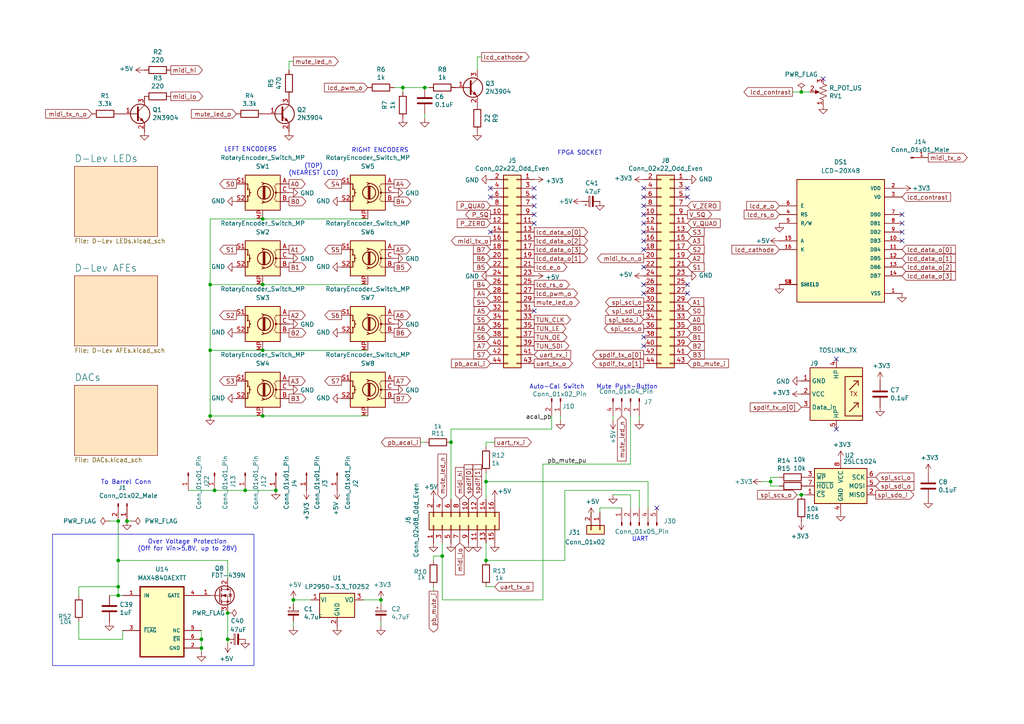
<source format=kicad_sch>
(kicad_sch (version 20231120) (generator "eeschema") (generator_version "8.0")
  (paper "A4")
  (lib_symbols
    (symbol "0_DnLd Connectors:TOSLINK_TX"
      (property "Reference" "J16" (at -7.62 8.89 0))
      (property "Value" "TOSLINK_TX" (at -5.08 12.7 0))
      (symbol "TOSLINK_TX_0_0"
        (text "TX" (at 5.08 0 0) (effects (font (size 1.27 1.27))))
      )
      (symbol "TOSLINK_TX_1_1"
        (pin power_in line (at -10.16 3.81 0) (length 2.54) (name "GND") (number "1"))
        (pin input line (at -10.16 0 0) (length 2.54) (name "VCC") (number "2"))
        (pin input line (at -10.16 -3.81 0) (length 2.54) (name "Data_in") (number "3"))
        (pin passive line (at 0 10.16 270) (length 2.54) (name "HP") (number "4"))
        (pin passive line (at 0 -10.16 90) (length 2.54) (name "HP") (number "5"))
      )
    )
    (symbol "0_DnLd Pwr ICs:MAX4840AEXTT" (pin_names (offset 1.016))
      (property "Reference" "U" (at -5.842 10.668 0))
      (property "Value" "MAX4840AEXTT" (at -7.112 -12.446 0))
      (symbol "MAX4840AEXTT_0_0"
        (pin input line (at -11.43 7.62 0) (length 5.08) (name "IN") (number "1"))
        (pin power_in line (at 11.43 -7.62 180) (length 5.08) (name "GND") (number "2"))
        (pin output line (at -11.43 -2.54 0) (length 5.08) (name "~{FLAG}") (number "3"))
        (pin output line (at 11.43 7.62 180) (length 5.08) (name "GATE") (number "4"))
        (pin bidirectional line (at 11.43 -2.54 180) (length 5.08) (name "NC") (number "5"))
        (pin input line (at 11.43 -5.08 180) (length 5.08) (name "~{EN}") (number "6"))
      )
    )
    (symbol "0_DnLd Switches:FDT-439N" (pin_names hide)
      (property "Reference" "Q" (at 5.08 1.905 0))
      (property "Value" "FDT-439N" (at 5.08 0 0))
      (symbol "FDT-439N_1_1"
        (pin input line (at -5.08 0 0) (length 2.54) (name "G") (number "1"))
        (pin passive line (at 2.54 5.08 270) (length 2.54) (name "D") (number "2"))
        (pin passive line (at 2.54 -5.08 90) (length 2.54) (name "S") (number "3"))
      )
    )
    (symbol "0_DnLd_Misc:LCD-20X4B" (pin_names (offset 1.016))
      (property "Reference" "DS" (at -12.7 19.05 0))
      (property "Value" "LCD-20X4B" (at -12.7 -20.32 0))
      (symbol "LCD-20X4B_0_0"
        (pin power_in line (at 17.78 -15.24 180) (length 5.08) (name "VSS") (number "1"))
        (pin bidirectional line (at 17.78 0 180) (length 5.08) (name "DB3") (number "10"))
        (pin bidirectional line (at 17.78 -2.54 180) (length 5.08) (name "DB4") (number "11"))
        (pin bidirectional line (at 17.78 -5.08 180) (length 5.08) (name "DB5") (number "12"))
        (pin bidirectional line (at 17.78 -7.62 180) (length 5.08) (name "DB6") (number "13"))
        (pin bidirectional line (at 17.78 -10.16 180) (length 5.08) (name "DB7") (number "14"))
        (pin passive line (at -17.78 0 0) (length 5.08) (name "A") (number "15"))
        (pin passive line (at -17.78 -2.54 0) (length 5.08) (name "K") (number "16"))
        (pin power_in line (at 17.78 15.24 180) (length 5.08) (name "VDD") (number "2"))
        (pin power_in line (at 17.78 12.7 180) (length 5.08) (name "V0") (number "3"))
        (pin input line (at -17.78 7.62 0) (length 5.08) (name "RS") (number "4"))
        (pin input line (at -17.78 5.08 0) (length 5.08) (name "R/W") (number "5"))
        (pin input line (at -17.78 10.16 0) (length 5.08) (name "E") (number "6"))
        (pin bidirectional line (at 17.78 7.62 180) (length 5.08) (name "DB0") (number "7"))
        (pin bidirectional line (at 17.78 5.08 180) (length 5.08) (name "DB1") (number "8"))
        (pin bidirectional line (at 17.78 2.54 180) (length 5.08) (name "DB2") (number "9"))
        (pin passive line (at -17.78 -12.7 0) (length 5.08) (name "SHIELD") (number "S1"))
        (pin passive line (at -17.78 -12.7 0) (length 5.08) (name "SHIELD") (number "S2"))
        (pin passive line (at -17.78 -12.7 0) (length 5.08) (name "SHIELD") (number "S3"))
        (pin passive line (at -17.78 -12.7 0) (length 5.08) (name "SHIELD") (number "S4"))
      )
    )
    (symbol "Connector:Conn_01x01_Pin" (pin_names (offset 1.016) hide)
      (property "Reference" "J" (at 0 2.54 0))
      (property "Value" "Conn_01x01_Pin" (at 0 -2.54 0))
      (symbol "Conn_01x01_Pin_1_1"
        (pin passive line (at 5.08 0 180) (length 3.81) (name "Pin_1") (number "1"))
      )
    )
    (symbol "Connector:Conn_01x02_Pin" (pin_names (offset 1.016) hide)
      (property "Reference" "J" (at 0 2.54 0))
      (property "Value" "Conn_01x02_Pin" (at 0 -5.08 0))
      (symbol "Conn_01x02_Pin_1_1"
        (pin passive line (at 5.08 0 180) (length 3.81) (name "Pin_1") (number "1"))
        (pin passive line (at 5.08 -2.54 180) (length 3.81) (name "Pin_2") (number "2"))
      )
    )
    (symbol "Connector:Conn_01x04_Pin" (pin_names (offset 1.016) hide)
      (property "Reference" "J" (at 0 5.08 0))
      (property "Value" "Conn_01x04_Pin" (at 0 -7.62 0))
      (symbol "Conn_01x04_Pin_1_1"
        (pin passive line (at 5.08 2.54 180) (length 3.81) (name "Pin_1") (number "1"))
        (pin passive line (at 5.08 0 180) (length 3.81) (name "Pin_2") (number "2"))
        (pin passive line (at 5.08 -2.54 180) (length 3.81) (name "Pin_3") (number "3"))
        (pin passive line (at 5.08 -5.08 180) (length 3.81) (name "Pin_4") (number "4"))
      )
    )
    (symbol "Connector:Conn_01x05_Pin" (pin_names (offset 1.016) hide)
      (property "Reference" "J" (at 0 7.62 0))
      (property "Value" "Conn_01x05_Pin" (at 0 -7.62 0))
      (symbol "Conn_01x05_Pin_1_1"
        (pin passive line (at 5.08 5.08 180) (length 3.81) (name "Pin_1") (number "1"))
        (pin passive line (at 5.08 2.54 180) (length 3.81) (name "Pin_2") (number "2"))
        (pin passive line (at 5.08 0 180) (length 3.81) (name "Pin_3") (number "3"))
        (pin passive line (at 5.08 -2.54 180) (length 3.81) (name "Pin_4") (number "4"))
        (pin passive line (at 5.08 -5.08 180) (length 3.81) (name "Pin_5") (number "5"))
      )
    )
    (symbol "Connector_Generic:Conn_01x02" (pin_names (offset 1.016) hide)
      (property "Reference" "J" (at 0 2.54 0))
      (property "Value" "Conn_01x02" (at 0 -5.08 0))
      (symbol "Conn_01x02_1_1"
        (pin passive line (at -5.08 0 0) (length 3.81) (name "Pin_1") (number "1"))
        (pin passive line (at -5.08 -2.54 0) (length 3.81) (name "Pin_2") (number "2"))
      )
    )
    (symbol "Connector_Generic:Conn_02x08_Odd_Even" (pin_names (offset 1.016) hide)
      (property "Reference" "J" (at 1.27 10.16 0))
      (property "Value" "Conn_02x08_Odd_Even" (at 1.27 -12.7 0))
      (symbol "Conn_02x08_Odd_Even_1_1"
        (pin passive line (at -5.08 7.62 0) (length 3.81) (name "Pin_1") (number "1"))
        (pin passive line (at 7.62 -2.54 180) (length 3.81) (name "Pin_10") (number "10"))
        (pin passive line (at -5.08 -5.08 0) (length 3.81) (name "Pin_11") (number "11"))
        (pin passive line (at 7.62 -5.08 180) (length 3.81) (name "Pin_12") (number "12"))
        (pin passive line (at -5.08 -7.62 0) (length 3.81) (name "Pin_13") (number "13"))
        (pin passive line (at 7.62 -7.62 180) (length 3.81) (name "Pin_14") (number "14"))
        (pin passive line (at -5.08 -10.16 0) (length 3.81) (name "Pin_15") (number "15"))
        (pin passive line (at 7.62 -10.16 180) (length 3.81) (name "Pin_16") (number "16"))
        (pin passive line (at 7.62 7.62 180) (length 3.81) (name "Pin_2") (number "2"))
        (pin passive line (at -5.08 5.08 0) (length 3.81) (name "Pin_3") (number "3"))
        (pin passive line (at 7.62 5.08 180) (length 3.81) (name "Pin_4") (number "4"))
        (pin passive line (at -5.08 2.54 0) (length 3.81) (name "Pin_5") (number "5"))
        (pin passive line (at 7.62 2.54 180) (length 3.81) (name "Pin_6") (number "6"))
        (pin passive line (at -5.08 0 0) (length 3.81) (name "Pin_7") (number "7"))
        (pin passive line (at 7.62 0 180) (length 3.81) (name "Pin_8") (number "8"))
        (pin passive line (at -5.08 -2.54 0) (length 3.81) (name "Pin_9") (number "9"))
      )
    )
    (symbol "Connector_Generic:Conn_02x22_Odd_Even" (pin_names (offset 1.016) hide)
      (property "Reference" "J" (at 1.27 27.94 0))
      (property "Value" "Conn_02x22_Odd_Even" (at 1.27 -30.48 0))
      (symbol "Conn_02x22_Odd_Even_1_1"
        (pin passive line (at -5.08 25.4 0) (length 3.81) (name "Pin_1") (number "1"))
        (pin passive line (at 7.62 15.24 180) (length 3.81) (name "Pin_10") (number "10"))
        (pin passive line (at -5.08 12.7 0) (length 3.81) (name "Pin_11") (number "11"))
        (pin passive line (at 7.62 12.7 180) (length 3.81) (name "Pin_12") (number "12"))
        (pin passive line (at -5.08 10.16 0) (length 3.81) (name "Pin_13") (number "13"))
        (pin passive line (at 7.62 10.16 180) (length 3.81) (name "Pin_14") (number "14"))
        (pin passive line (at -5.08 7.62 0) (length 3.81) (name "Pin_15") (number "15"))
        (pin passive line (at 7.62 7.62 180) (length 3.81) (name "Pin_16") (number "16"))
        (pin passive line (at -5.08 5.08 0) (length 3.81) (name "Pin_17") (number "17"))
        (pin passive line (at 7.62 5.08 180) (length 3.81) (name "Pin_18") (number "18"))
        (pin passive line (at -5.08 2.54 0) (length 3.81) (name "Pin_19") (number "19"))
        (pin passive line (at 7.62 25.4 180) (length 3.81) (name "Pin_2") (number "2"))
        (pin passive line (at 7.62 2.54 180) (length 3.81) (name "Pin_20") (number "20"))
        (pin passive line (at -5.08 0 0) (length 3.81) (name "Pin_21") (number "21"))
        (pin passive line (at 7.62 0 180) (length 3.81) (name "Pin_22") (number "22"))
        (pin passive line (at -5.08 -2.54 0) (length 3.81) (name "Pin_23") (number "23"))
        (pin passive line (at 7.62 -2.54 180) (length 3.81) (name "Pin_24") (number "24"))
        (pin passive line (at -5.08 -5.08 0) (length 3.81) (name "Pin_25") (number "25"))
        (pin passive line (at 7.62 -5.08 180) (length 3.81) (name "Pin_26") (number "26"))
        (pin passive line (at -5.08 -7.62 0) (length 3.81) (name "Pin_27") (number "27"))
        (pin passive line (at 7.62 -7.62 180) (length 3.81) (name "Pin_28") (number "28"))
        (pin passive line (at -5.08 -10.16 0) (length 3.81) (name "Pin_29") (number "29"))
        (pin passive line (at -5.08 22.86 0) (length 3.81) (name "Pin_3") (number "3"))
        (pin passive line (at 7.62 -10.16 180) (length 3.81) (name "Pin_30") (number "30"))
        (pin passive line (at -5.08 -12.7 0) (length 3.81) (name "Pin_31") (number "31"))
        (pin passive line (at 7.62 -12.7 180) (length 3.81) (name "Pin_32") (number "32"))
        (pin passive line (at -5.08 -15.24 0) (length 3.81) (name "Pin_33") (number "33"))
        (pin passive line (at 7.62 -15.24 180) (length 3.81) (name "Pin_34") (number "34"))
        (pin passive line (at -5.08 -17.78 0) (length 3.81) (name "Pin_35") (number "35"))
        (pin passive line (at 7.62 -17.78 180) (length 3.81) (name "Pin_36") (number "36"))
        (pin passive line (at -5.08 -20.32 0) (length 3.81) (name "Pin_37") (number "37"))
        (pin passive line (at 7.62 -20.32 180) (length 3.81) (name "Pin_38") (number "38"))
        (pin passive line (at -5.08 -22.86 0) (length 3.81) (name "Pin_39") (number "39"))
        (pin passive line (at 7.62 22.86 180) (length 3.81) (name "Pin_4") (number "4"))
        (pin passive line (at 7.62 -22.86 180) (length 3.81) (name "Pin_40") (number "40"))
        (pin passive line (at -5.08 -25.4 0) (length 3.81) (name "Pin_41") (number "41"))
        (pin passive line (at 7.62 -25.4 180) (length 3.81) (name "Pin_42") (number "42"))
        (pin passive line (at -5.08 -27.94 0) (length 3.81) (name "Pin_43") (number "43"))
        (pin passive line (at 7.62 -27.94 180) (length 3.81) (name "Pin_44") (number "44"))
        (pin passive line (at -5.08 20.32 0) (length 3.81) (name "Pin_5") (number "5"))
        (pin passive line (at 7.62 20.32 180) (length 3.81) (name "Pin_6") (number "6"))
        (pin passive line (at -5.08 17.78 0) (length 3.81) (name "Pin_7") (number "7"))
        (pin passive line (at 7.62 17.78 180) (length 3.81) (name "Pin_8") (number "8"))
        (pin passive line (at -5.08 15.24 0) (length 3.81) (name "Pin_9") (number "9"))
      )
    )
    (symbol "Device:C" (pin_numbers hide) (pin_names (offset 0.254))
      (property "Reference" "C" (at 0.635 2.54 0))
      (property "Value" "C" (at 0.635 -2.54 0))
      (symbol "C_1_1"
        (pin passive line (at 0 3.81 270) (length 2.794) (name "~") (number "1"))
        (pin passive line (at 0 -3.81 90) (length 2.794) (name "~") (number "2"))
      )
    )
    (symbol "Device:C_Polarized_Small" (pin_numbers hide) (pin_names (offset 0.254) hide)
      (property "Reference" "C" (at 0.254 1.778 0))
      (property "Value" "C_Polarized_Small" (at 0.254 -2.032 0))
      (symbol "C_Polarized_Small_1_1"
        (pin passive line (at 0 2.54 270) (length 1.8542) (name "~") (number "1"))
        (pin passive line (at 0 -2.54 90) (length 1.8542) (name "~") (number "2"))
      )
    )
    (symbol "Device:R" (pin_numbers hide) (pin_names (offset 0))
      (property "Reference" "R" (at 2.032 0 90))
      (property "Value" "R" (at 0 0 90))
      (symbol "R_1_1"
        (pin passive line (at 0 3.81 270) (length 1.27) (name "~") (number "1"))
        (pin passive line (at 0 -3.81 90) (length 1.27) (name "~") (number "2"))
      )
    )
    (symbol "Device:R_Potentiometer_US" (pin_names (offset 1.016) hide)
      (property "Reference" "RV" (at -4.445 0 90))
      (property "Value" "R_Potentiometer_US" (at -2.54 0 90))
      (symbol "R_Potentiometer_US_1_1"
        (pin passive line (at 0 3.81 270) (length 1.27) (name "1") (number "1"))
        (pin passive line (at 3.81 0 180) (length 1.27) (name "2") (number "2"))
        (pin passive line (at 0 -3.81 90) (length 1.27) (name "3") (number "3"))
      )
    )
    (symbol "Device:RotaryEncoder_Switch_MP" (pin_names (offset 0.254) hide)
      (property "Reference" "SW" (at 0 8.89 0))
      (property "Value" "RotaryEncoder_Switch_MP" (at 0 6.35 0))
      (symbol "RotaryEncoder_Switch_MP_1_1"
        (pin passive line (at -7.62 2.54 0) (length 2.54) (name "A") (number "A"))
        (pin passive line (at -7.62 -2.54 0) (length 2.54) (name "B") (number "B"))
        (pin passive line (at -7.62 0 0) (length 2.54) (name "C") (number "C"))
        (pin passive line (at 0 -7.62 90) (length 2.54) (name "MP") (number "MP"))
        (pin passive line (at 7.62 2.54 180) (length 2.54) (name "S1") (number "S1"))
        (pin passive line (at 7.62 -2.54 180) (length 2.54) (name "S2") (number "S2"))
      )
    )
    (symbol "Memory_EEPROM:25LCxxx"
      (property "Reference" "U" (at -7.62 6.35 0))
      (property "Value" "25LCxxx" (at 2.54 -6.35 0))
      (symbol "25LCxxx_1_1"
        (pin input line (at -10.16 -2.54 0) (length 2.54) (name "~{CS}") (number "1"))
        (pin tri_state line (at 10.16 -2.54 180) (length 2.54) (name "MISO") (number "2"))
        (pin input line (at -10.16 2.54 0) (length 2.54) (name "~{WP}") (number "3"))
        (pin power_in line (at 0 -7.62 90) (length 2.54) (name "GND") (number "4"))
        (pin input line (at 10.16 0 180) (length 2.54) (name "MOSI") (number "5"))
        (pin input line (at 10.16 2.54 180) (length 2.54) (name "SCK") (number "6"))
        (pin input line (at -10.16 0 0) (length 2.54) (name "~{HOLD}") (number "7"))
        (pin power_in line (at 0 7.62 270) (length 2.54) (name "VCC") (number "8"))
      )
    )
    (symbol "Regulator_Linear:LP2950-3.3_TO252" (pin_names (offset 0.254))
      (property "Reference" "U" (at -3.81 3.175 0))
      (property "Value" "LP2950-3.3_TO252" (at 0 3.175 0))
      (symbol "LP2950-3.3_TO252_1_1"
        (pin power_in line (at -7.62 0 0) (length 2.54) (name "VI") (number "1"))
        (pin power_in line (at 0 -7.62 90) (length 2.54) (name "GND") (number "2"))
        (pin power_out line (at 7.62 0 180) (length 2.54) (name "VO") (number "3"))
      )
    )
    (symbol "Transistor_BJT:MMBT3904" (pin_names (offset 0) hide)
      (property "Reference" "Q" (at 5.08 1.905 0))
      (property "Value" "MMBT3904" (at 5.08 0 0))
      (symbol "MMBT3904_1_1"
        (pin input line (at -5.08 0 0) (length 5.715) (name "B") (number "1"))
        (pin passive line (at 2.54 -5.08 90) (length 2.54) (name "E") (number "2"))
        (pin passive line (at 2.54 5.08 270) (length 2.54) (name "C") (number "3"))
      )
    )
    (symbol "power:+3.3V" (power) (pin_numbers hide) (pin_names (offset 0) hide)
      (property "Value" "+3.3V" (at 0 3.556 0))
      (symbol "+3.3V_1_1"
        (pin power_in line (at 0 0 90) (length 0) (name "~") (number "1"))
      )
    )
    (symbol "power:+3V3" (power) (pin_numbers hide) (pin_names (offset 0) hide)
      (property "Value" "+3V3" (at 0 3.556 0))
      (symbol "+3V3_1_1"
        (pin power_in line (at 0 0 90) (length 0) (name "~") (number "1"))
      )
    )
    (symbol "power:+5V" (power) (pin_numbers hide) (pin_names (offset 0) hide)
      (property "Value" "+5V" (at 0 3.556 0))
      (symbol "+5V_1_1"
        (pin power_in line (at 0 0 90) (length 0) (name "~") (number "1"))
      )
    )
    (symbol "power:GND" (power) (pin_numbers hide) (pin_names (offset 0) hide)
      (property "Value" "GND" (at 0 -3.81 0))
      (symbol "GND_1_1"
        (pin power_in line (at 0 0 270) (length 0) (name "~") (number "1"))
      )
    )
    (symbol "power:PWR_FLAG" (power) (pin_numbers hide) (pin_names (offset 0) hide)
      (property "Value" "PWR_FLAG" (at 0 3.81 0))
      (symbol "PWR_FLAG_0_0"
        (pin power_out line (at 0 0 90) (length 0) (name "~") (number "1"))
      )
    )
  )
  (junction (at 223.52 139.7))
  (junction (at 128.27 161.29))
  (junction (at 66.04 185.42))
  (junction (at 232.41 143.51))
  (junction (at 76.2 120.65))
  (junction (at 34.29 162.56))
  (junction (at 34.29 170.18))
  (junction (at 60.96 101.6))
  (junction (at 76.2 101.6))
  (junction (at 80.01 142.24))
  (junction (at 60.96 82.55))
  (junction (at 62.23 142.24))
  (junction (at 58.42 187.96))
  (junction (at 116.84 25.4))
  (junction (at 34.29 151.13))
  (junction (at 123.19 25.4))
  (junction (at 85.09 173.99))
  (junction (at 34.29 172.72))
  (junction (at 71.12 142.24))
  (junction (at 130.81 128.27))
  (junction (at 66.04 177.8))
  (junction (at 60.96 120.65))
  (junction (at 110.49 173.99))
  (junction (at 140.97 162.56))
  (junction (at 76.2 63.5))
  (junction (at 76.2 82.55))
  (junction (at 232.41 26.67))
  (junction (at 140.97 139.7))
  (junction (at 58.42 185.42))
  (junction (at 36.83 151.13))
  (no_connect (at 154.94 64.77))
  (no_connect (at 186.69 59.69))
  (no_connect (at 186.69 62.23))
  (no_connect (at 199.39 85.09))
  (no_connect (at 190.5 147.32))
  (no_connect (at 186.69 67.31))
  (no_connect (at 242.57 124.46))
  (no_connect (at 186.69 69.85))
  (no_connect (at 199.39 54.61))
  (no_connect (at 154.94 57.15))
  (no_connect (at 154.94 62.23))
  (no_connect (at 261.62 64.77))
  (no_connect (at 238.76 22.86))
  (no_connect (at 186.69 97.79))
  (no_connect (at 199.39 82.55))
  (no_connect (at 186.69 54.61))
  (no_connect (at 142.24 57.15))
  (no_connect (at 186.69 77.47))
  (no_connect (at 154.94 90.17))
  (no_connect (at 142.24 67.31))
  (no_connect (at 186.69 82.55))
  (no_connect (at 186.69 72.39))
  (no_connect (at 186.69 100.33))
  (no_connect (at 186.69 85.09))
  (no_connect (at 261.62 67.31))
  (no_connect (at 242.57 104.14))
  (no_connect (at 261.62 62.23))
  (no_connect (at 154.94 54.61))
  (no_connect (at 154.94 59.69))
  (no_connect (at 261.62 69.85))
  (no_connect (at 199.39 57.15))
  (no_connect (at 142.24 54.61))
  (no_connect (at 186.69 57.15))
  (no_connect (at 186.69 64.77))
  (wire (pts (xy 138.43 16.51) (xy 139.7 16.51)))
  (wire (pts (xy 123.19 34.29) (xy 123.19 33.02)))
  (wire (pts (xy 116.84 25.4) (xy 116.84 26.67)))
  (wire (pts (xy 90.17 173.99) (xy 85.09 173.99)))
  (wire (pts (xy 160.02 124.46) (xy 160.02 120.65)))
  (wire (pts (xy 114.3 25.4) (xy 116.84 25.4)))
  (wire (pts (xy 187.96 139.7) (xy 187.96 147.32)))
  (wire (pts (xy 76.2 120.65) (xy 106.68 120.65)))
  (wire (pts (xy 34.29 162.56) (xy 34.29 170.18)))
  (wire (pts (xy 229.87 26.67) (xy 232.41 26.67)))
  (wire (pts (xy 185.42 142.24) (xy 163.83 142.24)))
  (wire (pts (xy 35.56 182.88) (xy 35.56 185.42)))
  (wire (pts (xy 71.12 142.24) (xy 80.01 142.24)))
  (wire (pts (xy 58.42 187.96) (xy 58.42 189.23)))
  (wire (pts (xy 105.41 173.99) (xy 110.49 173.99)))
  (wire (pts (xy 157.48 134.62) (xy 182.88 134.62)))
  (wire (pts (xy 132.08 25.4) (xy 130.81 25.4)))
  (wire (pts (xy 85.09 173.99) (xy 85.09 175.26)))
  (wire (pts (xy 60.96 63.5) (xy 76.2 63.5)))
  (wire (pts (xy 185.42 120.65) (xy 185.42 121.92)))
  (wire (pts (xy 110.49 180.34) (xy 110.49 181.61)))
  (wire (pts (xy 177.8 143.51) (xy 182.88 143.51)))
  (wire (pts (xy 66.04 162.56) (xy 34.29 162.56)))
  (wire (pts (xy 140.97 162.56) (xy 140.97 157.48)))
  (wire (pts (xy 182.88 147.32) (xy 182.88 143.51)))
  (wire (pts (xy 83.82 17.78) (xy 83.82 20.32)))
  (wire (pts (xy 130.81 124.46) (xy 160.02 124.46)))
  (wire (pts (xy 232.41 143.51) (xy 233.68 143.51)))
  (wire (pts (xy 125.73 161.29) (xy 128.27 161.29)))
  (wire (pts (xy 140.97 162.56) (xy 163.83 162.56)))
  (wire (pts (xy 163.83 142.24) (xy 163.83 162.56)))
  (wire (pts (xy 162.56 120.65) (xy 162.56 121.92)))
  (wire (pts (xy 140.97 139.7) (xy 140.97 144.78)))
  (wire (pts (xy 173.99 147.32) (xy 173.99 148.59)))
  (wire (pts (xy 226.06 138.43) (xy 223.52 138.43)))
  (wire (pts (xy 31.75 172.72) (xy 34.29 172.72)))
  (wire (pts (xy 22.86 170.18) (xy 34.29 170.18)))
  (wire (pts (xy 128.27 161.29) (xy 128.27 157.48)))
  (wire (pts (xy 76.2 82.55) (xy 106.68 82.55)))
  (wire (pts (xy 124.46 25.4) (xy 123.19 25.4)))
  (wire (pts (xy 157.48 134.62) (xy 157.48 173.99)))
  (wire (pts (xy 36.83 151.13) (xy 38.1 151.13)))
  (wire (pts (xy 60.96 101.6) (xy 60.96 120.65)))
  (wire (pts (xy 140.97 128.27) (xy 140.97 129.54)))
  (wire (pts (xy 185.42 142.24) (xy 185.42 147.32)))
  (wire (pts (xy 60.96 120.65) (xy 76.2 120.65)))
  (wire (pts (xy 54.61 142.24) (xy 62.23 142.24)))
  (wire (pts (xy 223.52 138.43) (xy 223.52 139.7)))
  (wire (pts (xy 138.43 16.51) (xy 138.43 20.32)))
  (wire (pts (xy 76.2 63.5) (xy 106.68 63.5)))
  (wire (pts (xy 125.73 170.18) (xy 125.73 171.45)))
  (wire (pts (xy 22.86 172.72) (xy 22.86 170.18)))
  (wire (pts (xy 66.04 185.42) (xy 66.04 177.8)))
  (wire (pts (xy 140.97 139.7) (xy 187.96 139.7)))
  (wire (pts (xy 76.2 101.6) (xy 60.96 101.6)))
  (wire (pts (xy 66.04 167.64) (xy 66.04 162.56)))
  (wire (pts (xy 157.48 173.99) (xy 128.27 173.99)))
  (wire (pts (xy 62.23 142.24) (xy 71.12 142.24)))
  (wire (pts (xy 31.75 151.13) (xy 34.29 151.13)))
  (wire (pts (xy 143.51 170.18) (xy 140.97 170.18)))
  (wire (pts (xy 110.49 173.99) (xy 110.49 175.26)))
  (wire (pts (xy 58.42 182.88) (xy 58.42 185.42)))
  (wire (pts (xy 223.52 140.97) (xy 223.52 139.7)))
  (wire (pts (xy 60.96 82.55) (xy 76.2 82.55)))
  (wire (pts (xy 60.96 63.5) (xy 60.96 82.55)))
  (wire (pts (xy 140.97 128.27) (xy 143.51 128.27)))
  (wire (pts (xy 85.09 180.34) (xy 85.09 181.61)))
  (wire (pts (xy 58.42 185.42) (xy 58.42 187.96)))
  (wire (pts (xy 180.34 147.32) (xy 173.99 147.32)))
  (wire (pts (xy 125.73 162.56) (xy 125.73 161.29)))
  (wire (pts (xy 22.86 185.42) (xy 35.56 185.42)))
  (wire (pts (xy 22.86 180.34) (xy 22.86 185.42)))
  (wire (pts (xy 130.81 124.46) (xy 130.81 128.27)))
  (wire (pts (xy 140.97 137.16) (xy 140.97 139.7)))
  (wire (pts (xy 121.92 128.27) (xy 123.19 128.27)))
  (wire (pts (xy 34.29 170.18) (xy 34.29 172.72)))
  (wire (pts (xy 130.81 128.27) (xy 130.81 144.78)))
  (wire (pts (xy 34.29 172.72) (xy 35.56 172.72)))
  (wire (pts (xy 60.96 82.55) (xy 60.96 101.6)))
  (wire (pts (xy 34.29 151.13) (xy 34.29 162.56)))
  (wire (pts (xy 177.8 120.65) (xy 177.8 121.92)))
  (wire (pts (xy 223.52 140.97) (xy 226.06 140.97)))
  (wire (pts (xy 231.14 143.51) (xy 232.41 143.51)))
  (wire (pts (xy 171.45 148.59) (xy 171.45 149.86)))
  (wire (pts (xy 128.27 173.99) (xy 128.27 161.29)))
  (wire (pts (xy 66.04 186.69) (xy 66.04 185.42)))
  (wire (pts (xy 106.68 101.6) (xy 76.2 101.6)))
  (wire (pts (xy 116.84 25.4) (xy 123.19 25.4)))
  (wire (pts (xy 182.88 120.65) (xy 182.88 134.62)))
  (wire (pts (xy 220.98 139.7) (xy 223.52 139.7)))
  (wire (pts (xy 85.09 17.78) (xy 83.82 17.78)))
  (wire (pts (xy 232.41 26.67) (xy 234.95 26.67)))
  (rectangle (start 15.24 154.94) (end 73.66 193.04))
  (text "RIGHT ENCODERS" (at 110.236 43.688 0) (effects (font (size 1.27 1.27))))
  (text "Mute Push-Button" (at 181.864 112.268 0) (effects (font (size 1.27 1.27))))
  (text "To Barrel Conn" (at 36.576 139.954 0) (effects (font (size 1.27 1.27))))
  (text "LEFT ENCODERS" (at 72.644 43.434 0) (effects (font (size 1.27 1.27))))
  (text "(TOP)\n(NEAREST LCD)" (at 90.932 49.276 0) (effects (font (size 1.27 1.27))))
  (text "FPGA SOCKET" (at 168.148 44.45 0) (effects (font (size 1.27 1.27))))
  (text "UART" (at 185.674 156.464 0) (effects (font (size 1.27 1.27))))
  (text "Over Voltage Protection\n(Off for Vin>5.8V, up to 28V)" (at 54.356 158.242 0) (effects (font (size 1.27 1.27))))
  (text "Auto-Cal Switch" (at 161.544 112.268 0) (effects (font (size 1.27 1.27))))
  (label "acal_pb" (at 160.02 121.92 180))
  (label "pb_mute_pu" (at 158.75 134.62 0))
  (global_label "A3" (shape input) (at 199.39 69.85 0) (property "Intersheetrefs" "${INTERSHEET_REFS}" (effects (hide yes))))
  (global_label "mute_led_n" (shape output) (at 85.09 17.78 0) (property "Intersheetrefs" "${INTERSHEET_REFS}" (effects (hide yes))))
  (global_label "S2" (shape output) (at 68.58 91.44 180) (property "Intersheetrefs" "${INTERSHEET_REFS}" (effects (hide yes))))
  (global_label "B4" (shape output) (at 114.3 58.42 0) (property "Intersheetrefs" "${INTERSHEET_REFS}" (effects (hide yes))))
  (global_label "S6" (shape output) (at 99.06 91.44 180) (property "Intersheetrefs" "${INTERSHEET_REFS}" (effects (hide yes))))
  (global_label "A1" (shape input) (at 199.39 87.63 0) (property "Intersheetrefs" "${INTERSHEET_REFS}" (effects (hide yes))))
  (global_label "S3" (shape input) (at 199.39 67.31 0) (property "Intersheetrefs" "${INTERSHEET_REFS}" (effects (hide yes))))
  (global_label "midi_tx_n_o" (shape output) (at 186.69 74.93 180) (property "Intersheetrefs" "${INTERSHEET_REFS}" (effects (hide yes))))
  (global_label "spdif[1]" (shape input) (at 138.43 144.78 90) (property "Intersheetrefs" "${INTERSHEET_REFS}" (effects (hide yes))))
  (global_label "spdif_tx_o[0]" (shape input) (at 232.41 118.11 180) (property "Intersheetrefs" "${INTERSHEET_REFS}" (effects (hide yes))))
  (global_label "S1" (shape output) (at 68.58 72.39 180) (property "Intersheetrefs" "${INTERSHEET_REFS}" (effects (hide yes))))
  (global_label "A2" (shape input) (at 199.39 74.93 0) (property "Intersheetrefs" "${INTERSHEET_REFS}" (effects (hide yes))))
  (global_label "pb_mute_i" (shape input) (at 199.39 105.41 0) (property "Intersheetrefs" "${INTERSHEET_REFS}" (effects (hide yes))))
  (global_label "uart_rx_i" (shape output) (at 143.51 128.27 0) (property "Intersheetrefs" "${INTERSHEET_REFS}" (effects (hide yes))))
  (global_label "S0" (shape input) (at 199.39 90.17 0) (property "Intersheetrefs" "${INTERSHEET_REFS}" (effects (hide yes))))
  (global_label "A5" (shape input) (at 142.24 90.17 180) (property "Intersheetrefs" "${INTERSHEET_REFS}" (effects (hide yes))))
  (global_label "spi_sdi_o" (shape output) (at 186.69 90.17 180) (property "Intersheetrefs" "${INTERSHEET_REFS}" (effects (hide yes))))
  (global_label "pb_mute_i" (shape output) (at 125.73 171.45 270) (property "Intersheetrefs" "${INTERSHEET_REFS}" (effects (hide yes))))
  (global_label "spdif_tx_o[1]" (shape output) (at 186.69 105.41 180) (property "Intersheetrefs" "${INTERSHEET_REFS}" (effects (hide yes))))
  (global_label "TUN_LE" (shape output) (at 154.94 95.25 0) (property "Intersheetrefs" "${INTERSHEET_REFS}" (effects (hide yes))))
  (global_label "lcd_e_o" (shape input) (at 226.06 59.69 180) (property "Intersheetrefs" "${INTERSHEET_REFS}" (effects (hide yes))))
  (global_label "lcd_cathode" (shape output) (at 139.7 16.51 0) (property "Intersheetrefs" "${INTERSHEET_REFS}" (effects (hide yes))))
  (global_label "lcd_data_o[0]" (shape input) (at 261.62 72.39 0) (property "Intersheetrefs" "${INTERSHEET_REFS}" (effects (hide yes))))
  (global_label "P_QUAD" (shape input) (at 142.24 59.69 180) (property "Intersheetrefs" "${INTERSHEET_REFS}" (effects (hide yes))))
  (global_label "S3" (shape output) (at 68.58 110.49 180) (property "Intersheetrefs" "${INTERSHEET_REFS}" (effects (hide yes))))
  (global_label "B4" (shape input) (at 142.24 82.55 180) (property "Intersheetrefs" "${INTERSHEET_REFS}" (effects (hide yes))))
  (global_label "uart_tx_o" (shape output) (at 154.94 105.41 0) (property "Intersheetrefs" "${INTERSHEET_REFS}" (effects (hide yes))))
  (global_label "V_QUAD" (shape input) (at 199.39 64.77 0) (property "Intersheetrefs" "${INTERSHEET_REFS}" (effects (hide yes))))
  (global_label "B0" (shape input) (at 199.39 95.25 0) (property "Intersheetrefs" "${INTERSHEET_REFS}" (effects (hide yes))))
  (global_label "TUN_OE" (shape output) (at 154.94 97.79 0) (property "Intersheetrefs" "${INTERSHEET_REFS}" (effects (hide yes))))
  (global_label "S0" (shape output) (at 68.58 53.34 180) (property "Intersheetrefs" "${INTERSHEET_REFS}" (effects (hide yes))))
  (global_label "B5" (shape input) (at 142.24 77.47 180) (property "Intersheetrefs" "${INTERSHEET_REFS}" (effects (hide yes))))
  (global_label "lcd_rs_o" (shape input) (at 226.06 62.23 180) (property "Intersheetrefs" "${INTERSHEET_REFS}" (effects (hide yes))))
  (global_label "B2" (shape output) (at 83.82 96.52 0) (property "Intersheetrefs" "${INTERSHEET_REFS}" (effects (hide yes))))
  (global_label "B7" (shape input) (at 142.24 72.39 180) (property "Intersheetrefs" "${INTERSHEET_REFS}" (effects (hide yes))))
  (global_label "B3" (shape output) (at 83.82 115.57 0) (property "Intersheetrefs" "${INTERSHEET_REFS}" (effects (hide yes))))
  (global_label "S4" (shape input) (at 142.24 87.63 180) (property "Intersheetrefs" "${INTERSHEET_REFS}" (effects (hide yes))))
  (global_label "B5" (shape output) (at 114.3 77.47 0) (property "Intersheetrefs" "${INTERSHEET_REFS}" (effects (hide yes))))
  (global_label "A4" (shape input) (at 142.24 85.09 180) (property "Intersheetrefs" "${INTERSHEET_REFS}" (effects (hide yes))))
  (global_label "spdif[0]" (shape input) (at 135.89 144.78 90) (property "Intersheetrefs" "${INTERSHEET_REFS}" (effects (hide yes))))
  (global_label "mute_led_o" (shape output) (at 154.94 87.63 0) (property "Intersheetrefs" "${INTERSHEET_REFS}" (effects (hide yes))))
  (global_label "A4" (shape output) (at 114.3 53.34 0) (property "Intersheetrefs" "${INTERSHEET_REFS}" (effects (hide yes))))
  (global_label "P_ZERO" (shape input) (at 142.24 64.77 180) (property "Intersheetrefs" "${INTERSHEET_REFS}" (effects (hide yes))))
  (global_label "P_SQ" (shape output) (at 142.24 62.23 180) (property "Intersheetrefs" "${INTERSHEET_REFS}" (effects (hide yes))))
  (global_label "midi_tx_o" (shape output) (at 142.24 69.85 180) (property "Intersheetrefs" "${INTERSHEET_REFS}" (effects (hide yes))))
  (global_label "S4" (shape output) (at 99.06 53.34 180) (property "Intersheetrefs" "${INTERSHEET_REFS}" (effects (hide yes))))
  (global_label "spi_sdo_i" (shape output) (at 254 143.51 0) (property "Intersheetrefs" "${INTERSHEET_REFS}" (effects (hide yes))))
  (global_label "A7" (shape output) (at 114.3 110.49 0) (property "Intersheetrefs" "${INTERSHEET_REFS}" (effects (hide yes))))
  (global_label "S2" (shape input) (at 199.39 72.39 0) (property "Intersheetrefs" "${INTERSHEET_REFS}" (effects (hide yes))))
  (global_label "midi_hi" (shape input) (at 133.35 144.78 90) (property "Intersheetrefs" "${INTERSHEET_REFS}" (effects (hide yes))))
  (global_label "lcd_data_o[0]" (shape output) (at 154.94 67.31 0) (property "Intersheetrefs" "${INTERSHEET_REFS}" (effects (hide yes))))
  (global_label "mute_led_n" (shape input) (at 128.27 144.78 90) (property "Intersheetrefs" "${INTERSHEET_REFS}" (effects (hide yes))))
  (global_label "spi_scl_o" (shape input) (at 254 138.43 0) (property "Intersheetrefs" "${INTERSHEET_REFS}" (effects (hide yes))))
  (global_label "B3" (shape input) (at 199.39 102.87 0) (property "Intersheetrefs" "${INTERSHEET_REFS}" (effects (hide yes))))
  (global_label "TUN_SDI" (shape output) (at 154.94 100.33 0) (property "Intersheetrefs" "${INTERSHEET_REFS}" (effects (hide yes))))
  (global_label "A6" (shape input) (at 142.24 95.25 180) (property "Intersheetrefs" "${INTERSHEET_REFS}" (effects (hide yes))))
  (global_label "TUN_CLK" (shape output) (at 154.94 92.71 0) (property "Intersheetrefs" "${INTERSHEET_REFS}" (effects (hide yes))))
  (global_label "spi_scs_o" (shape input) (at 231.14 143.51 180) (property "Intersheetrefs" "${INTERSHEET_REFS}" (effects (hide yes))))
  (global_label "midi_lo" (shape output) (at 49.53 27.94 0) (property "Intersheetrefs" "${INTERSHEET_REFS}" (effects (hide yes))))
  (global_label "S7" (shape output) (at 99.06 110.49 180) (property "Intersheetrefs" "${INTERSHEET_REFS}" (effects (hide yes))))
  (global_label "B1" (shape input) (at 199.39 97.79 0) (property "Intersheetrefs" "${INTERSHEET_REFS}" (effects (hide yes))))
  (global_label "B6" (shape output) (at 114.3 96.52 0) (property "Intersheetrefs" "${INTERSHEET_REFS}" (effects (hide yes))))
  (global_label "lcd_e_o" (shape output) (at 154.94 77.47 0) (property "Intersheetrefs" "${INTERSHEET_REFS}" (effects (hide yes))))
  (global_label "lcd_data_o[3]" (shape input) (at 261.62 80.01 0) (property "Intersheetrefs" "${INTERSHEET_REFS}" (effects (hide yes))))
  (global_label "A5" (shape output) (at 114.3 72.39 0) (property "Intersheetrefs" "${INTERSHEET_REFS}" (effects (hide yes))))
  (global_label "B0" (shape output) (at 83.82 58.42 0) (property "Intersheetrefs" "${INTERSHEET_REFS}" (effects (hide yes))))
  (global_label "lcd_rs_o" (shape output) (at 154.94 82.55 0) (property "Intersheetrefs" "${INTERSHEET_REFS}" (effects (hide yes))))
  (global_label "lcd_data_o[1]" (shape input) (at 261.62 74.93 0) (property "Intersheetrefs" "${INTERSHEET_REFS}" (effects (hide yes))))
  (global_label "spi_sdo_i" (shape input) (at 186.69 92.71 180) (property "Intersheetrefs" "${INTERSHEET_REFS}" (effects (hide yes))))
  (global_label "B2" (shape input) (at 199.39 100.33 0) (property "Intersheetrefs" "${INTERSHEET_REFS}" (effects (hide yes))))
  (global_label "mute_led_n" (shape input) (at 180.34 120.65 270) (property "Intersheetrefs" "${INTERSHEET_REFS}" (effects (hide yes))))
  (global_label "lcd_pwm_o" (shape output) (at 154.94 85.09 0) (property "Intersheetrefs" "${INTERSHEET_REFS}" (effects (hide yes))))
  (global_label "A6" (shape output) (at 114.3 91.44 0) (property "Intersheetrefs" "${INTERSHEET_REFS}" (effects (hide yes))))
  (global_label "B7" (shape output) (at 114.3 115.57 0) (property "Intersheetrefs" "${INTERSHEET_REFS}" (effects (hide yes))))
  (global_label "midi_hi" (shape output) (at 49.53 20.32 0) (property "Intersheetrefs" "${INTERSHEET_REFS}" (effects (hide yes))))
  (global_label "B6" (shape input) (at 142.24 74.93 180) (property "Intersheetrefs" "${INTERSHEET_REFS}" (effects (hide yes))))
  (global_label "pb_acal_i" (shape output) (at 121.92 128.27 180) (property "Intersheetrefs" "${INTERSHEET_REFS}" (effects (hide yes))))
  (global_label "midi_lo" (shape input) (at 133.35 157.48 270) (property "Intersheetrefs" "${INTERSHEET_REFS}" (effects (hide yes))))
  (global_label "spi_scs_o" (shape output) (at 186.69 95.25 180) (property "Intersheetrefs" "${INTERSHEET_REFS}" (effects (hide yes))))
  (global_label "spdif_tx_o[0]" (shape output) (at 186.69 102.87 180) (property "Intersheetrefs" "${INTERSHEET_REFS}" (effects (hide yes))))
  (global_label "S1" (shape input) (at 199.39 77.47 0) (property "Intersheetrefs" "${INTERSHEET_REFS}" (effects (hide yes))))
  (global_label "A7" (shape input) (at 142.24 100.33 180) (property "Intersheetrefs" "${INTERSHEET_REFS}" (effects (hide yes))))
  (global_label "midi_tx_n_o" (shape input) (at 26.67 33.02 180) (property "Intersheetrefs" "${INTERSHEET_REFS}" (effects (hide yes))))
  (global_label "A2" (shape output) (at 83.82 91.44 0) (property "Intersheetrefs" "${INTERSHEET_REFS}" (effects (hide yes))))
  (global_label "uart_tx_o" (shape input) (at 143.51 170.18 0) (property "Intersheetrefs" "${INTERSHEET_REFS}" (effects (hide yes))))
  (global_label "A1" (shape output) (at 83.82 72.39 0) (property "Intersheetrefs" "${INTERSHEET_REFS}" (effects (hide yes))))
  (global_label "lcd_contrast" (shape input) (at 261.62 57.15 0) (property "Intersheetrefs" "${INTERSHEET_REFS}" (effects (hide yes))))
  (global_label "A0" (shape output) (at 83.82 53.34 0) (property "Intersheetrefs" "${INTERSHEET_REFS}" (effects (hide yes))))
  (global_label "lcd_data_o[1]" (shape output) (at 154.94 74.93 0) (property "Intersheetrefs" "${INTERSHEET_REFS}" (effects (hide yes))))
  (global_label "spi_sdi_o" (shape input) (at 254 140.97 0) (property "Intersheetrefs" "${INTERSHEET_REFS}" (effects (hide yes))))
  (global_label "V_ZERO" (shape input) (at 199.39 59.69 0) (property "Intersheetrefs" "${INTERSHEET_REFS}" (effects (hide yes))))
  (global_label "V_SQ" (shape output) (at 199.39 62.23 0) (property "Intersheetrefs" "${INTERSHEET_REFS}" (effects (hide yes))))
  (global_label "S5" (shape output) (at 99.06 72.39 180) (property "Intersheetrefs" "${INTERSHEET_REFS}" (effects (hide yes))))
  (global_label "lcd_data_o[3]" (shape output) (at 154.94 72.39 0) (property "Intersheetrefs" "${INTERSHEET_REFS}" (effects (hide yes))))
  (global_label "lcd_pwm_o" (shape input) (at 106.68 25.4 180) (property "Intersheetrefs" "${INTERSHEET_REFS}" (effects (hide yes))))
  (global_label "S7" (shape input) (at 142.24 102.87 180) (property "Intersheetrefs" "${INTERSHEET_REFS}" (effects (hide yes))))
  (global_label "pb_acal_i" (shape input) (at 142.24 105.41 180) (property "Intersheetrefs" "${INTERSHEET_REFS}" (effects (hide yes))))
  (global_label "mute_led_o" (shape input) (at 68.58 33.02 180) (property "Intersheetrefs" "${INTERSHEET_REFS}" (effects (hide yes))))
  (global_label "lcd_cathode" (shape input) (at 226.06 72.39 180) (property "Intersheetrefs" "${INTERSHEET_REFS}" (effects (hide yes))))
  (global_label "S6" (shape input) (at 142.24 97.79 180) (property "Intersheetrefs" "${INTERSHEET_REFS}" (effects (hide yes))))
  (global_label "spi_scl_o" (shape output) (at 186.69 87.63 180) (property "Intersheetrefs" "${INTERSHEET_REFS}" (effects (hide yes))))
  (global_label "B1" (shape output) (at 83.82 77.47 0) (property "Intersheetrefs" "${INTERSHEET_REFS}" (effects (hide yes))))
  (global_label "lcd_data_o[2]" (shape input) (at 261.62 77.47 0) (property "Intersheetrefs" "${INTERSHEET_REFS}" (effects (hide yes))))
  (global_label "lcd_contrast" (shape output) (at 229.87 26.67 180) (property "Intersheetrefs" "${INTERSHEET_REFS}" (effects (hide yes))))
  (global_label "midi_tx_o" (shape output) (at 269.24 45.72 0) (property "Intersheetrefs" "${INTERSHEET_REFS}" (effects (hide yes))))
  (global_label "lcd_data_o[2]" (shape output) (at 154.94 69.85 0) (property "Intersheetrefs" "${INTERSHEET_REFS}" (effects (hide yes))))
  (global_label "uart_rx_i" (shape input) (at 154.94 102.87 0) (property "Intersheetrefs" "${INTERSHEET_REFS}" (effects (hide yes))))
  (global_label "A3" (shape output) (at 83.82 110.49 0) (property "Intersheetrefs" "${INTERSHEET_REFS}" (effects (hide yes))))
  (global_label "A0" (shape input) (at 199.39 92.71 0) (property "Intersheetrefs" "${INTERSHEET_REFS}" (effects (hide yes))))
  (global_label "S5" (shape input) (at 142.24 92.71 180) (property "Intersheetrefs" "${INTERSHEET_REFS}" (effects (hide yes))))
  (symbol (lib_id "Connector_Generic:Conn_02x22_Odd_Even") (at 149.86 77.47 0) (mirror y) (unit 1)
    (property "Reference" "J5" (at 148.59 46.5582 0))
    (property "Value" "Conn_02x22_Odd_Even" (at 148.59 48.8696 0))
    (property "Footprint" "Connector_PinSocket_2.54mm:PinSocket_2x22_P2.54mm_Vertical" (effects (hide yes)))
    (property "Datasheet" "https://www.digikey.com/en/products/detail/sullins-connector-solutions/PPPC222LFBN-RC/810261" (effects (hide yes)))
  )
  (symbol (lib_id "power:+3.3V") (at 154.94 52.07 270) (unit 1)
    (property "Reference" "#PWR042" (effects (hide yes)))
    (property "Value" "+3V3" (at 158.1912 52.451 90) (effects (justify left)))
    (property "Description" "Power symbol creates a global label with name \"+3.3V\"" (effects (hide yes)))
  )
  (symbol (lib_id "power:+5V") (at 154.94 80.01 270) (unit 1)
    (property "Reference" "#PWR043" (effects (hide yes)))
    (property "Value" "+5V" (at 158.1912 80.391 90) (effects (justify left)))
    (property "Description" "Power symbol creates a global label with name \"+5V\"" (effects (hide yes)))
  )
  (symbol (lib_id "power:GND") (at 142.24 52.07 270) (unit 1)
    (property "Reference" "#PWR037" (effects (hide yes)))
    (property "Value" "GND" (at 138.9888 52.197 90) (effects (justify right)))
    (property "Description" "Power symbol creates a global label with name \"GND\" , ground" (effects (hide yes)))
  )
  (symbol (lib_id "Connector:Conn_01x01_Pin") (at 264.16 45.72 0) (unit 1)
    (property "Reference" "J14" (at 266.9032 41.1226 0))
    (property "Value" "Conn_01x01_Male" (at 266.9032 43.434 0))
    (property "Footprint" "Connector_PinHeader_2.54mm:PinHeader_1x01_P2.54mm_Vertical" (effects (hide yes)))
    (property "Description" "Generic connector, single row, 01x01, script generated" (effects (hide yes)))
  )
  (symbol (lib_id "power:GND") (at 142.24 80.01 270) (unit 1)
    (property "Reference" "#PWR038" (effects (hide yes)))
    (property "Value" "GND" (at 138.9888 80.137 90) (effects (justify right)))
    (property "Description" "Power symbol creates a global label with name \"GND\" , ground" (effects (hide yes)))
  )
  (symbol (lib_id "power:GND") (at 199.39 52.07 90) (unit 1)
    (property "Reference" "#PWR052" (effects (hide yes)))
    (property "Value" "GND" (at 202.6412 51.943 90) (effects (justify right)))
    (property "Description" "Power symbol creates a global label with name \"GND\" , ground" (effects (hide yes)))
  )
  (symbol (lib_id "power:GND") (at 199.39 80.01 90) (unit 1)
    (property "Reference" "#PWR053" (effects (hide yes)))
    (property "Value" "GND" (at 202.6412 79.883 90) (effects (justify right)))
    (property "Description" "Power symbol creates a global label with name \"GND\" , ground" (effects (hide yes)))
  )
  (symbol (lib_id "power:+5V") (at 186.69 80.01 90) (unit 1)
    (property "Reference" "#PWR050" (effects (hide yes)))
    (property "Value" "+5V" (at 183.4388 79.629 90) (effects (justify left)))
    (property "Description" "Power symbol creates a global label with name \"+5V\"" (effects (hide yes)))
  )
  (symbol (lib_id "power:+3.3V") (at 186.69 52.07 90) (unit 1)
    (property "Reference" "#PWR049" (effects (hide yes)))
    (property "Value" "+3V3" (at 183.4388 51.689 90) (effects (justify left)))
    (property "Description" "Power symbol creates a global label with name \"+3.3V\"" (effects (hide yes)))
  )
  (symbol (lib_id "Device:C") (at 255.27 114.3 0) (unit 1)
    (property "Reference" "C7" (at 258.191 113.1316 0) (effects (justify left)))
    (property "Value" "0.1uF" (at 258.191 115.443 0) (effects (justify left)))
    (property "Footprint" "Capacitor_SMD:C_0805_2012Metric_Pad1.18x1.45mm_HandSolder" (effects (hide yes)))
  )
  (symbol (lib_id "power:+3.3V") (at 255.27 110.49 0) (unit 1)
    (property "Reference" "#PWR063" (effects (hide yes)))
    (property "Value" "+3V3" (at 255.651 106.0958 0))
    (property "Description" "Power symbol creates a global label with name \"+3.3V\"" (effects (hide yes)))
  )
  (symbol (lib_id "power:GND") (at 255.27 118.11 0) (unit 1)
    (property "Reference" "#PWR064" (effects (hide yes)))
    (property "Value" "GND" (effects (hide yes)))
    (property "Description" "Power symbol creates a global label with name \"GND\" , ground" (effects (hide yes)))
  )
  (symbol (lib_id "Connector_Generic:Conn_02x22_Odd_Even") (at 194.31 77.47 0) (mirror y) (unit 1)
    (property "Reference" "J8" (at 193.04 46.5582 0))
    (property "Value" "Conn_02x22_Odd_Even" (at 193.04 48.8696 0))
    (property "Footprint" "Connector_PinSocket_2.54mm:PinSocket_2x22_P2.54mm_Vertical" (effects (hide yes)))
    (property "Datasheet" "https://www.digikey.com/en/products/detail/sullins-connector-solutions/PPPC222LFBN-RC/810261" (effects (hide yes)))
  )
  (symbol (lib_id "Connector_Generic:Conn_02x08_Odd_Even") (at 133.35 152.4 90) (unit 1)
    (property "Reference" "J6" (at 118.364 150.876 0))
    (property "Value" "Conn_02x08_Odd_Even" (at 120.6754 150.876 0))
    (property "Footprint" "Connector_IDC:IDC-Header_2x08_P2.54mm_Vertical" (effects (hide yes)))
  )
  (symbol (lib_id "power:GND") (at 232.41 110.49 270) (unit 1)
    (property "Reference" "#PWR057" (effects (hide yes)))
    (property "Value" "GND" (at 229.1588 110.617 90) (effects (justify right)))
    (property "Description" "Power symbol creates a global label with name \"GND\" , ground" (effects (hide yes)))
  )
  (symbol (lib_id "power:+5V") (at 143.51 144.78 0) (unit 1)
    (property "Reference" "#PWR046" (effects (hide yes)))
    (property "Value" "+5V" (at 144.272 142.494 0) (effects (justify left)))
    (property "Description" "Power symbol creates a global label with name \"+5V\"" (effects (hide yes)))
  )
  (symbol (lib_id "power:GND") (at 143.51 157.48 0) (unit 1)
    (property "Reference" "#PWR047" (effects (hide yes)))
    (property "Value" "GND" (effects (hide yes)))
    (property "Description" "Power symbol creates a global label with name \"GND\" , ground" (effects (hide yes)))
  )
  (symbol (lib_id "power:GND") (at 138.43 157.48 0) (unit 1)
    (property "Reference" "#PWR045" (effects (hide yes)))
    (property "Value" "GND" (effects (hide yes)))
    (property "Description" "Power symbol creates a global label with name \"GND\" , ground" (effects (hide yes)))
  )
  (symbol (lib_id "power:GND") (at 135.89 157.48 0) (unit 1)
    (property "Reference" "#PWR044" (effects (hide yes)))
    (property "Value" "GND" (effects (hide yes)))
    (property "Description" "Power symbol creates a global label with name \"GND\" , ground" (effects (hide yes)))
  )
  (symbol (lib_id "power:+3.3V") (at 232.41 114.3 90) (unit 1)
    (property "Reference" "#PWR058" (effects (hide yes)))
    (property "Value" "+3V3" (at 229.1588 113.919 90) (effects (justify left)))
    (property "Description" "Power symbol creates a global label with name \"+3.3V\"" (effects (hide yes)))
  )
  (symbol (lib_id "Transistor_BJT:MMBT3904") (at 39.37 33.02 0) (unit 1)
    (property "Reference" "Q1" (at 44.196 31.8516 0) (effects (justify left)))
    (property "Value" "2N3904" (at 44.196 34.163 0) (effects (justify left)))
    (property "Footprint" "Package_TO_SOT_SMD:SOT-23_Handsoldering" (effects (hide yes)))
    (property "Datasheet" "https://www.onsemi.com/pdf/datasheet/pzt3904-d.pdf" (effects (hide yes)))
    (property "Description" "0.2A Ic, 40V Vce, Small Signal NPN Transistor, SOT-23" (effects (hide yes)))
  )
  (symbol (lib_id "Device:R") (at 30.48 33.02 270) (unit 1)
    (property "Reference" "R1" (at 30.48 27.7622 90))
    (property "Value" "3.3k" (at 30.48 30.0736 90))
    (property "Footprint" "Resistor_SMD:R_1206_3216Metric_Pad1.30x1.75mm_HandSolder" (effects (hide yes)))
  )
  (symbol (lib_id "power:GND") (at 41.91 38.1 0) (unit 1)
    (property "Reference" "#PWR04" (effects (hide yes)))
    (property "Value" "GND" (effects (hide yes)))
    (property "Description" "Power symbol creates a global label with name \"GND\" , ground" (effects (hide yes)))
  )
  (symbol (lib_id "Device:R") (at 45.72 27.94 270) (unit 1)
    (property "Reference" "R3" (at 45.72 22.6822 90))
    (property "Value" "220" (at 45.72 24.9936 90))
    (property "Footprint" "Resistor_SMD:R_1206_3216Metric_Pad1.30x1.75mm_HandSolder" (effects (hide yes)))
  )
  (symbol (lib_id "power:+5V") (at 125.73 144.78 0) (unit 1)
    (property "Reference" "#PWR039" (effects (hide yes)))
    (property "Value" "+5V" (at 122.936 141.224 0) (effects (justify left)))
    (property "Description" "Power symbol creates a global label with name \"+5V\"" (effects (hide yes)))
  )
  (symbol (lib_id "Device:R") (at 45.72 20.32 270) (unit 1)
    (property "Reference" "R2" (at 45.72 15.0622 90))
    (property "Value" "220" (at 45.72 17.3736 90))
    (property "Footprint" "Resistor_SMD:R_1206_3216Metric_Pad1.30x1.75mm_HandSolder" (effects (hide yes)))
  )
  (symbol (lib_id "power:+5V") (at 41.91 20.32 90) (unit 1)
    (property "Reference" "#PWR03" (effects (hide yes)))
    (property "Value" "+5V" (at 38.6588 19.939 90) (effects (justify left)))
    (property "Description" "Power symbol creates a global label with name \"+5V\"" (effects (hide yes)))
  )
  (symbol (lib_id "power:GND") (at 125.73 157.48 0) (unit 1)
    (property "Reference" "#PWR040" (effects (hide yes)))
    (property "Value" "GND" (effects (hide yes)))
    (property "Description" "Power symbol creates a global label with name \"GND\" , ground" (effects (hide yes)))
  )
  (symbol (lib_id "power:GND") (at 130.81 157.48 0) (unit 1)
    (property "Reference" "#PWR041" (effects (hide yes)))
    (property "Value" "GND" (effects (hide yes)))
    (property "Description" "Power symbol creates a global label with name \"GND\" , ground" (effects (hide yes)))
  )
  (symbol (lib_id "Device:C") (at 269.24 140.97 0) (unit 1)
    (property "Reference" "C8" (at 272.161 139.8016 0) (effects (justify left)))
    (property "Value" "0.1uF" (at 272.161 142.113 0) (effects (justify left)))
    (property "Footprint" "Capacitor_SMD:C_0805_2012Metric_Pad1.18x1.45mm_HandSolder" (effects (hide yes)))
  )
  (symbol (lib_id "Transistor_BJT:MMBT3904") (at 81.28 33.02 0) (unit 1)
    (property "Reference" "Q2" (at 86.106 31.8516 0) (effects (justify left)))
    (property "Value" "2N3904" (at 86.106 34.163 0) (effects (justify left)))
    (property "Footprint" "Package_TO_SOT_SMD:SOT-23_Handsoldering" (effects (hide yes)))
    (property "Datasheet" "https://www.onsemi.com/pdf/datasheet/pzt3904-d.pdf" (effects (hide yes)))
    (property "Description" "0.2A Ic, 40V Vce, Small Signal NPN Transistor, SOT-23" (effects (hide yes)))
  )
  (symbol (lib_id "power:GND") (at 83.82 38.1 0) (unit 1)
    (property "Reference" "#PWR017" (effects (hide yes)))
    (property "Value" "GND" (effects (hide yes)))
    (property "Description" "Power symbol creates a global label with name \"GND\" , ground" (effects (hide yes)))
  )
  (symbol (lib_id "Device:R") (at 72.39 33.02 270) (unit 1)
    (property "Reference" "R4" (at 72.39 27.7622 90))
    (property "Value" "3.3k" (at 72.39 30.0736 90))
    (property "Footprint" "Resistor_SMD:R_1206_3216Metric_Pad1.30x1.75mm_HandSolder" (effects (hide yes)))
  )
  (symbol (lib_id "Device:R") (at 83.82 24.13 0) (unit 1)
    (property "Reference" "R5" (at 78.5622 24.13 90))
    (property "Value" "470" (at 80.8736 24.13 90))
    (property "Footprint" "Resistor_SMD:R_1206_3216Metric_Pad1.30x1.75mm_HandSolder" (effects (hide yes)))
  )
  (symbol (lib_id "Memory_EEPROM:25LCxxx") (at 243.84 140.97 0) (unit 1)
    (property "Reference" "U2" (at 246.38 132.08 0))
    (property "Value" "25LC1024" (at 249.428 133.858 0))
    (property "Footprint" "0_Custom_Footprints:SO-8_25LC1024_EEPROM" (effects (hide yes)))
    (property "Datasheet" "https://www.digikey.com/en/products/detail/microchip-technology/25LC1024T-I-SM/1228422" (effects (hide yes)))
  )
  (symbol (lib_id "power:+3.3V") (at 243.84 133.35 0) (unit 1)
    (property "Reference" "#PWR061" (effects (hide yes)))
    (property "Value" "+3V3" (at 244.221 128.9558 0))
    (property "Description" "Power symbol creates a global label with name \"+3.3V\"" (effects (hide yes)))
  )
  (symbol (lib_id "power:GND") (at 243.84 148.59 0) (unit 1)
    (property "Reference" "#PWR062" (effects (hide yes)))
    (property "Value" "GND" (effects (hide yes)))
    (property "Description" "Power symbol creates a global label with name \"GND\" , ground" (effects (hide yes)))
  )
  (symbol (lib_id "Device:R") (at 229.87 138.43 270) (unit 1)
    (property "Reference" "R14" (at 227.33 133.604 90))
    (property "Value" "10k" (at 231.902 133.2738 90))
    (property "Footprint" "Resistor_SMD:R_1206_3216Metric_Pad1.30x1.75mm_HandSolder" (effects (hide yes)))
  )
  (symbol (lib_id "power:+3.3V") (at 220.98 139.7 90) (unit 1)
    (property "Reference" "#PWR056" (effects (hide yes)))
    (property "Value" "+3V3" (at 215.646 139.7 90))
    (property "Description" "Power symbol creates a global label with name \"+3.3V\"" (effects (hide yes)))
  )
  (symbol (lib_id "0_DnLd Connectors:TOSLINK_TX") (at 242.57 114.3 0) (unit 1)
    (property "Reference" "J9" (at 234.95 105.41 0) (effects (justify left)))
    (property "Value" "TOSLINK_TX" (at 237.49 101.6 0) (effects (justify left)))
    (property "Footprint" "0_d-lev footprints:TOSLINK_TX" (effects (hide yes)))
  )
  (symbol (lib_id "Device:R") (at 229.87 140.97 270) (unit 1)
    (property "Reference" "R15" (at 227.33 135.89 90))
    (property "Value" "10k" (at 231.902 135.8138 90))
    (property "Footprint" "Resistor_SMD:R_1206_3216Metric_Pad1.30x1.75mm_HandSolder" (effects (hide yes)))
  )
  (symbol (lib_id "Device:R") (at 232.41 147.32 180) (unit 1)
    (property "Reference" "R16" (at 235.712 149.8854 0))
    (property "Value" "10k" (at 235.712 147.574 0))
    (property "Footprint" "Resistor_SMD:R_1206_3216Metric_Pad1.30x1.75mm_HandSolder" (effects (hide yes)))
  )
  (symbol (lib_id "power:+3.3V") (at 232.41 151.13 180) (unit 1)
    (property "Reference" "#PWR059" (effects (hide yes)))
    (property "Value" "+3V3" (at 232.029 155.5242 0))
    (property "Description" "Power symbol creates a global label with name \"+3.3V\"" (effects (hide yes)))
  )
  (symbol (lib_id "Device:R_Potentiometer_US") (at 238.76 26.67 180) (unit 1)
    (property "Reference" "RV1" (at 240.4872 27.8384 0) (effects (justify right)))
    (property "Value" "R_POT_US" (at 240.4872 25.527 0) (effects (justify right)))
    (property "Footprint" "0_d-lev footprints:Potentiometer_Runtron_RM-065_Vertical" (effects (hide yes)))
    (property "Datasheet" "https://www.digikey.com/en/products/detail/bourns-inc/3306F-1-103/84666" (effects (hide yes)))
    (property "Description" "Potentiometer, US symbol" (effects (hide yes)))
  )
  (symbol (lib_id "power:GND") (at 238.76 30.48 0) (unit 1)
    (property "Reference" "#PWR060" (effects (hide yes)))
    (property "Value" "GND" (effects (hide yes)))
    (property "Description" "Power symbol creates a global label with name \"GND\" , ground" (effects (hide yes)))
  )
  (symbol (lib_id "power:+3.3V") (at 269.24 137.16 0) (unit 1)
    (property "Reference" "#PWR065" (effects (hide yes)))
    (property "Value" "+3V3" (at 269.621 132.7658 0))
    (property "Description" "Power symbol creates a global label with name \"+3.3V\"" (effects (hide yes)))
  )
  (symbol (lib_id "power:GND") (at 269.24 144.78 0) (unit 1)
    (property "Reference" "#PWR066" (effects (hide yes)))
    (property "Value" "GND" (effects (hide yes)))
    (property "Description" "Power symbol creates a global label with name \"GND\" , ground" (effects (hide yes)))
  )
  (symbol (lib_id "Transistor_BJT:MMBT3904") (at 135.89 25.4 0) (unit 1)
    (property "Reference" "Q3" (at 140.716 24.2316 0) (effects (justify left)))
    (property "Value" "2N3904" (at 140.716 26.543 0) (effects (justify left)))
    (property "Footprint" "Package_TO_SOT_SMD:SOT-23_Handsoldering" (effects (hide yes)))
    (property "Datasheet" "https://www.onsemi.com/pdf/datasheet/pzt3904-d.pdf" (effects (hide yes)))
    (property "Description" "0.2A Ic, 40V Vce, Small Signal NPN Transistor, SOT-23" (effects (hide yes)))
  )
  (symbol (lib_id "Device:R") (at 128.27 25.4 270) (unit 1)
    (property "Reference" "R8" (at 128.27 20.1422 90))
    (property "Value" "1k" (at 128.27 22.4536 90))
    (property "Footprint" "Resistor_SMD:R_1206_3216Metric_Pad1.30x1.75mm_HandSolder" (effects (hide yes)))
  )
  (symbol (lib_id "Device:C") (at 123.19 29.21 0) (unit 1)
    (property "Reference" "C6" (at 126.111 28.0416 0) (effects (justify left)))
    (property "Value" "0.1uF" (at 126.111 30.353 0) (effects (justify left)))
    (property "Footprint" "Capacitor_SMD:C_0805_2012Metric_Pad1.18x1.45mm_HandSolder" (effects (hide yes)))
  )
  (symbol (lib_id "Device:R") (at 110.49 25.4 270) (unit 1)
    (property "Reference" "R6" (at 110.49 20.1422 90))
    (property "Value" "1k" (at 110.49 22.4536 90))
    (property "Footprint" "Resistor_SMD:R_1206_3216Metric_Pad1.30x1.75mm_HandSolder" (effects (hide yes)))
  )
  (symbol (lib_id "power:GND") (at 123.19 34.29 0) (unit 1)
    (property "Reference" "#PWR035" (effects (hide yes)))
    (property "Value" "GND" (effects (hide yes)))
    (property "Description" "Power symbol creates a global label with name \"GND\" , ground" (effects (hide yes)))
  )
  (symbol (lib_id "Device:R") (at 138.43 34.29 180) (unit 1)
    (property "Reference" "R9" (at 143.6878 34.29 90))
    (property "Value" "22" (at 141.3764 34.29 90))
    (property "Footprint" "Resistor_SMD:R_1206_3216Metric_Pad1.30x1.75mm_HandSolder" (effects (hide yes)))
  )
  (symbol (lib_id "power:GND") (at 138.43 38.1 0) (unit 1)
    (property "Reference" "#PWR036" (effects (hide yes)))
    (property "Value" "GND" (effects (hide yes)))
    (property "Description" "Power symbol creates a global label with name \"GND\" , ground" (effects (hide yes)))
  )
  (symbol (lib_id "Device:R") (at 116.84 30.48 0) (unit 1)
    (property "Reference" "R7" (at 111.5822 30.48 90))
    (property "Value" "1k" (at 113.8936 30.48 90))
    (property "Footprint" "Resistor_SMD:R_1206_3216Metric_Pad1.30x1.75mm_HandSolder" (effects (hide yes)))
  )
  (symbol (lib_id "Connector:Conn_01x02_Pin") (at 36.83 146.05 270) (unit 1)
    (property "Reference" "J1" (at 34.29 141.478 90) (effects (justify left)))
    (property "Value" "Conn_01x02_Male" (at 28.702 143.764 90) (effects (justify left)))
    (property "Footprint" "0_d-lev footprints:Molex_KK-396_A-41791-0002_1x02_P3.96mm_Vertical" (effects (hide yes)))
    (property "Datasheet" "https://www.digikey.com/en/products/detail/molex/0026604020/88712" (effects (hide yes)))
    (property "Description" "Generic connector, single row, 01x02, script generated" (effects (hide yes)))
  )
  (symbol (lib_id "power:GND") (at 36.83 151.13 0) (unit 1)
    (property "Reference" "#PWR02" (effects (hide yes)))
    (property "Value" "GND" (effects (hide yes)))
    (property "Description" "Power symbol creates a global label with name \"GND\" , ground" (effects (hide yes)))
  )
  (symbol (lib_id "Device:R") (at 140.97 166.37 180) (unit 1)
    (property "Reference" "R13" (at 144.78 165.608 0))
    (property "Value" "1k" (at 144.78 167.64 0))
    (property "Footprint" "Resistor_SMD:R_1206_3216Metric_Pad1.30x1.75mm_HandSolder" (effects (hide yes)))
  )
  (symbol (lib_id "Device:R") (at 140.97 133.35 180) (unit 1)
    (property "Reference" "R12" (at 144.526 132.08 0))
    (property "Value" "1k" (at 143.764 134.366 0))
    (property "Footprint" "Resistor_SMD:R_1206_3216Metric_Pad1.30x1.75mm_HandSolder" (effects (hide yes)))
  )
  (symbol (lib_id "Device:R") (at 125.73 166.37 0) (mirror x) (unit 1)
    (property "Reference" "R10" (at 121.92 165.862 0))
    (property "Value" "1k" (at 122.174 167.386 0))
    (property "Footprint" "Resistor_SMD:R_1206_3216Metric_Pad1.30x1.75mm_HandSolder" (effects (hide yes)))
  )
  (symbol (lib_id "Device:R") (at 127 128.27 270) (unit 1)
    (property "Reference" "R11" (at 127 125.73 90))
    (property "Value" "1k" (at 127 123.698 90))
    (property "Footprint" "Resistor_SMD:R_1206_3216Metric_Pad1.30x1.75mm_HandSolder" (effects (hide yes)))
  )
  (symbol (lib_id "power:GND") (at 80.01 142.24 0) (unit 1)
    (property "Reference" "#PWR033" (effects (hide yes)))
    (property "Value" "GND" (effects (hide yes)))
    (property "Description" "Power symbol creates a global label with name \"GND\" , ground" (effects (hide yes)))
  )
  (symbol (lib_id "power:+3.3V") (at 88.9 142.24 180) (unit 1)
    (property "Reference" "#PWR032" (effects (hide yes)))
    (property "Value" "+3V3" (at 88.9 148.336 90))
    (property "Description" "Power symbol creates a global label with name \"+3.3V\"" (effects (hide yes)))
  )
  (symbol (lib_id "power:+5V") (at 97.79 142.24 180) (unit 1)
    (property "Reference" "#PWR031" (effects (hide yes)))
    (property "Value" "+5V" (at 97.409 145.4912 90) (effects (justify left)))
    (property "Description" "Power symbol creates a global label with name \"+5V\"" (effects (hide yes)))
  )
  (symbol (lib_id "power:+3V3") (at 110.49 173.99 0) (unit 1)
    (property "Reference" "#PWR018" (effects (hide yes)))
    (property "Value" "+3V3" (at 110.871 169.5958 0))
    (property "Description" "Power symbol creates a global label with name \"+3V3\"" (effects (hide yes)))
  )
  (symbol (lib_id "power:GND") (at 226.06 64.77 0) (mirror y) (unit 1)
    (property "Reference" "#PWR0144" (effects (hide yes)))
    (property "Value" "GND" (effects (hide yes)))
    (property "Description" "Power symbol creates a global label with name \"GND\" , ground" (effects (hide yes)))
  )
  (symbol (lib_id "Connector:Conn_01x05_Pin") (at 185.42 152.4 90) (unit 1)
    (property "Reference" "J30" (at 194.31 151.13 90))
    (property "Value" "Conn_01x05_Pin" (at 186.182 154.178 90))
    (property "Footprint" "Connector_PinSocket_2.54mm:PinSocket_1x05_P2.54mm_Vertical" (effects (hide yes)))
    (property "Description" "Generic connector, single row, 01x05, script generated" (effects (hide yes)))
  )
  (symbol (lib_id "0_DnLd_Misc:LCD-20X4B") (at 243.84 69.85 0) (unit 1)
    (property "Reference" "DS1" (at 243.84 46.99 0))
    (property "Value" "LCD-20X4B" (at 243.84 49.53 0))
    (property "Footprint" "0_Custom_Footprints:LCD_LCD-20X4B" (effects (hide yes)))
    (property "MF" "Gravitech" (effects (hide yes)))
    (property "MAXIMUM_PACKAGE_HEIGHT" "14 mm" (effects (hide yes)))
    (property "Package" "None" (effects (hide yes)))
    (property "Price" "None" (effects (hide yes)))
    (property "Check_prices" "https://www.snapeda.com/parts/LCD-20X4B/Gravitech/view-part/?ref=eda" (effects (hide yes)))
    (property "STANDARD" "Manufacturer Recommendations" (effects (hide yes)))
    (property "PARTREV" "N/A" (effects (hide yes)))
    (property "SnapEDA_Link" "https://www.snapeda.com/parts/LCD-20X4B/Gravitech/view-part/?ref=snap" (effects (hide yes)))
    (property "MP" "LCD-20X4B" (effects (hide yes)))
    (property "Description_1" "\nDisplay Development Tools 20X4 CHARACTER BLUE LCD W/BACKLIGHT\n" (effects (hide yes)))
    (property "Availability" "Not in stock" (effects (hide yes)))
    (property "MANUFACTURER" "Gravitech" (effects (hide yes)))
  )
  (symbol (lib_id "power:GND") (at 185.42 121.92 0) (unit 1)
    (property "Reference" "#PWR0124" (effects (hide yes)))
    (property "Value" "GND" (effects (hide yes)))
    (property "Description" "Power symbol creates a global label with name \"GND\" , ground" (effects (hide yes)))
  )
  (symbol (lib_id "power:PWR_FLAG") (at 38.1 151.13 270) (unit 1)
    (property "Reference" "#FLG04" (effects (hide yes)))
    (property "Value" "PWR_FLAG" (at 41.91 151.1299 90) (effects (justify left)))
    (property "Description" "Special symbol for telling ERC where power comes from" (effects (hide yes)))
  )
  (symbol (lib_id "Regulator_Linear:LP2950-3.3_TO252") (at 97.79 173.99 0) (unit 1)
    (property "Reference" "U1" (at 97.79 167.64 0))
    (property "Value" "LP2950-3.3_TO252" (at 97.79 170.18 0))
    (property "Footprint" "Package_TO_SOT_SMD:TO-252-2" (effects (hide yes)))
    (property "Datasheet" "http://www.ti.com/lit/ds/symlink/lp2950.pdf" (effects (hide yes)))
  )
  (symbol (lib_id "power:GND") (at 99.06 58.42 270) (mirror x) (unit 1)
    (property "Reference" "#PWR021" (effects (hide yes)))
    (property "Value" "GND" (at 95.8088 58.293 90) (effects (justify right)))
    (property "Description" "Power symbol creates a global label with name \"GND\" , ground" (effects (hide yes)))
  )
  (symbol (lib_id "power:GND") (at 114.3 113.03 90) (mirror x) (unit 1)
    (property "Reference" "#PWR029" (effects (hide yes)))
    (property "Value" "GND" (at 117.5512 113.157 90) (effects (justify right)))
    (property "Description" "Power symbol creates a global label with name \"GND\" , ground" (effects (hide yes)))
  )
  (symbol (lib_id "power:GND") (at 116.84 34.29 0) (unit 1)
    (property "Reference" "#PWR034" (effects (hide yes)))
    (property "Value" "GND" (effects (hide yes)))
    (property "Description" "Power symbol creates a global label with name \"GND\" , ground" (effects (hide yes)))
  )
  (symbol (lib_id "power:+5V") (at 226.06 69.85 90) (mirror x) (unit 1)
    (property "Reference" "#PWR0145" (effects (hide yes)))
    (property "Value" "+5V" (at 221.234 69.85 90))
    (property "Description" "Power symbol creates a global label with name \"+5V\"" (effects (hide yes)))
  )
  (symbol (lib_id "0_DnLd Switches:FDT-439N") (at 63.5 172.72 0) (unit 1)
    (property "Reference" "Q8" (at 62.23 164.846 0) (effects (justify left)))
    (property "Value" "FDT-439N" (at 61.214 166.878 0) (effects (justify left)))
    (property "Footprint" "Package_TO_SOT_SMD:SOT-223-3_TabPin2" (effects (hide yes)))
    (property "Datasheet" "www.onsemi.com/pdf/datasheet/fdt439n-d.pdf" (effects (hide yes)))
    (property "Description" "0.45mOhm 30V, N-Channel MOSFET, SOT-223" (effects (hide yes)))
  )
  (symbol (lib_id "Device:C_Polarized_Small") (at 171.45 58.42 90) (unit 1)
    (property "Reference" "C41" (at 171.704 53.086 90))
    (property "Value" "47uF" (at 171.958 55.626 90))
    (property "Footprint" "Capacitor_SMD:CP_Elec_6.3x7.7" (effects (hide yes)))
    (property "Datasheet" "https://www.digikey.com/en/products/detail/panasonic-electronic-components/EEE-FK1V470P/766010" (effects (hide yes)))
    (property "Description" "Polarized capacitor, small symbol" (effects (hide yes)))
  )
  (symbol (lib_id "power:PWR_FLAG") (at 232.41 26.67 0) (unit 1)
    (property "Reference" "#FLG03" (effects (hide yes)))
    (property "Value" "PWR_FLAG" (at 232.41 21.59 0))
    (property "Description" "Special symbol for telling ERC where power comes from" (effects (hide yes)))
  )
  (symbol (lib_id "Device:R") (at 22.86 176.53 0) (mirror x) (unit 1)
    (property "Reference" "R52" (at 18.796 178.816 0))
    (property "Value" "10k" (at 19.05 180.34 0))
    (property "Footprint" "Resistor_SMD:R_1206_3216Metric_Pad1.30x1.75mm_HandSolder" (effects (hide yes)))
  )
  (symbol (lib_id "Connector:Conn_01x04_Pin") (at 182.88 115.57 270) (unit 1)
    (property "Reference" "J7" (at 187.96 116.586 90))
    (property "Value" "Conn_01x04_Pin" (at 181.61 113.538 90))
    (property "Footprint" "Connector_JST:JST_XH_B4B-XH-AM_1x04_P2.50mm_Vertical" (effects (hide yes)))
    (property "Description" "Generic connector, single row, 01x04, script generated" (effects (hide yes)))
  )
  (symbol (lib_id "power:PWR_FLAG") (at 31.75 151.13 90) (unit 1)
    (property "Reference" "#FLG01" (effects (hide yes)))
    (property "Value" "PWR_FLAG" (at 27.94 151.1299 90) (effects (justify left)))
    (property "Description" "Special symbol for telling ERC where power comes from" (effects (hide yes)))
  )
  (symbol (lib_id "power:GND") (at 83.82 74.93 90) (mirror x) (unit 1)
    (property "Reference" "#PWR014" (effects (hide yes)))
    (property "Value" "GND" (at 87.0712 75.057 90) (effects (justify right)))
    (property "Description" "Power symbol creates a global label with name \"GND\" , ground" (effects (hide yes)))
  )
  (symbol (lib_id "power:GND") (at 99.06 96.52 270) (mirror x) (unit 1)
    (property "Reference" "#PWR023" (effects (hide yes)))
    (property "Value" "GND" (at 95.8088 96.393 90) (effects (justify right)))
    (property "Description" "Power symbol creates a global label with name \"GND\" , ground" (effects (hide yes)))
  )
  (symbol (lib_id "Connector:Conn_01x02_Pin") (at 162.56 115.57 270) (unit 1)
    (property "Reference" "J10" (at 163.068 117.856 90) (effects (justify left)))
    (property "Value" "Conn_01x02_Pin" (at 154.432 114.3 90) (effects (justify left)))
    (property "Footprint" "Connector_JST:JST_XH_B2B-XH-AM_1x02_P2.50mm_Vertical" (effects (hide yes)))
    (property "Description" "Generic connector, single row, 01x02, script generated" (effects (hide yes)))
  )
  (symbol (lib_id "power:+5V") (at 66.04 186.69 180) (unit 1)
    (property "Reference" "#PWR01" (effects (hide yes)))
    (property "Value" "+5V" (at 65.659 191.0842 0))
    (property "Description" "Power symbol creates a global label with name \"+5V\"" (effects (hide yes)))
  )
  (symbol (lib_id "power:PWR_FLAG") (at 66.04 177.8 270) (unit 1)
    (property "Reference" "#FLG02" (effects (hide yes)))
    (property "Value" "PWR_FLAG" (at 55.626 177.8 90) (effects (justify left)))
    (property "Description" "Special symbol for telling ERC where power comes from" (effects (hide yes)))
  )
  (symbol (lib_id "power:GND") (at 173.99 58.42 0) (unit 1)
    (property "Reference" "#PWR025" (effects (hide yes)))
    (property "Value" "GND" (effects (hide yes)))
    (property "Description" "Power symbol creates a global label with name \"GND\" , ground" (effects (hide yes)))
  )
  (symbol (lib_id "Connector:Conn_01x01_Pin") (at 71.12 137.16 270) (unit 1)
    (property "Reference" "J12" (at 76.454 141.478 0) (effects (justify right)))
    (property "Value" "Conn_01x01_Pin" (at 74.168 147.828 0) (effects (justify right)))
    (property "Footprint" "Connector_PinHeader_2.54mm:PinHeader_1x01_P2.54mm_Vertical" (effects (hide yes)))
    (property "Description" "Generic connector, single row, 01x01, script generated" (effects (hide yes)))
  )
  (symbol (lib_id "power:GND") (at 68.58 58.42 270) (mirror x) (unit 1)
    (property "Reference" "#PWR08" (effects (hide yes)))
    (property "Value" "GND" (at 65.3288 58.293 90) (effects (justify right)))
    (property "Description" "Power symbol creates a global label with name \"GND\" , ground" (effects (hide yes)))
  )
  (symbol (lib_id "0_DnLd Pwr ICs:MAX4840AEXTT") (at 46.99 180.34 0) (unit 1)
    (property "Reference" "U14" (at 46.99 165.1 0))
    (property "Value" "MAX4840AEXTT" (at 46.99 167.64 0))
    (property "Footprint" "0_Custom_Footprints:SOT65P210X110-6N" (effects (hide yes)))
  )
  (symbol (lib_id "power:GND") (at 83.82 55.88 90) (mirror x) (unit 1)
    (property "Reference" "#PWR013" (effects (hide yes)))
    (property "Value" "GND" (at 87.0712 56.007 90) (effects (justify right)))
    (property "Description" "Power symbol creates a global label with name \"GND\" , ground" (effects (hide yes)))
  )
  (symbol (lib_id "power:GND") (at 97.79 181.61 0) (unit 1)
    (property "Reference" "#PWR012" (effects (hide yes)))
    (property "Value" "GND" (effects (hide yes)))
    (property "Description" "Power symbol creates a global label with name \"GND\" , ground" (effects (hide yes)))
  )
  (symbol (lib_id "power:GND") (at 31.75 180.34 0) (unit 1)
    (property "Reference" "#PWR051" (effects (hide yes)))
    (property "Value" "GND" (effects (hide yes)))
    (property "Description" "Power symbol creates a global label with name \"GND\" , ground" (effects (hide yes)))
  )
  (symbol (lib_id "Device:RotaryEncoder_Switch_MP") (at 76.2 93.98 0) (mirror y) (unit 1)
    (property "Reference" "SW3" (at 76.2 86.36 0))
    (property "Value" "RotaryEncoder_Switch_MP" (at 76.2 83.82 0))
    (property "Footprint" "0_Custom_Footprints:RotaryEncoder_Alps_EC11E-Switch_Vertical_H20mm w 3D" (effects (hide yes)))
    (property "Datasheet" "https://www.digikey.com/en/products/detail/tt-electronics-bi/EN11-HSM1BF20/2620667" (effects (hide yes)))
    (property "Description" "Rotary encoder, dual channel, incremental quadrate outputs, with switch and MP Pin" (effects (hide yes)))
  )
  (symbol (lib_id "Connector:Conn_01x01_Pin") (at 80.01 137.16 270) (unit 1)
    (property "Reference" "J4" (at 85.344 141.478 0) (effects (justify right)))
    (property "Value" "Conn_01x01_Pin" (at 83.058 147.828 0) (effects (justify right)))
    (property "Footprint" "Connector_PinHeader_2.54mm:PinHeader_1x01_P2.54mm_Vertical" (effects (hide yes)))
    (property "Description" "Generic connector, single row, 01x01, script generated" (effects (hide yes)))
  )
  (symbol (lib_id "Connector:Conn_01x01_Pin") (at 88.9 137.16 270) (unit 1)
    (property "Reference" "J3" (at 94.234 141.478 0) (effects (justify right)))
    (property "Value" "Conn_01x01_Pin" (at 91.948 147.828 0) (effects (justify right)))
    (property "Footprint" "Connector_PinHeader_2.54mm:PinHeader_1x01_P2.54mm_Vertical" (effects (hide yes)))
    (property "Description" "Generic connector, single row, 01x01, script generated" (effects (hide yes)))
  )
  (symbol (lib_id "power:+3.3V") (at 261.62 54.61 270) (mirror x) (unit 1)
    (property "Reference" "#PWR0143" (effects (hide yes)))
    (property "Value" "+3V3" (at 267.208 54.61 90))
    (property "Description" "Power symbol creates a global label with name \"+3.3V\"" (effects (hide yes)))
  )
  (symbol (lib_id "power:GND") (at 60.96 120.65 0) (unit 1)
    (property "Reference" "#PWR05" (effects (hide yes)))
    (property "Value" "GND" (effects (hide yes)))
    (property "Description" "Power symbol creates a global label with name \"GND\" , ground" (effects (hide yes)))
  )
  (symbol (lib_id "power:GND") (at 226.06 82.55 0) (mirror y) (unit 1)
    (property "Reference" "#PWR0146" (effects (hide yes)))
    (property "Value" "GND" (effects (hide yes)))
    (property "Description" "Power symbol creates a global label with name \"GND\" , ground" (effects (hide yes)))
  )
  (symbol (lib_id "power:GND") (at 71.12 185.42 0) (unit 1)
    (property "Reference" "#PWR054" (effects (hide yes)))
    (property "Value" "GND" (effects (hide yes)))
    (property "Description" "Power symbol creates a global label with name \"GND\" , ground" (effects (hide yes)))
  )
  (symbol (lib_id "Device:RotaryEncoder_Switch_MP") (at 106.68 113.03 0) (mirror y) (unit 1)
    (property "Reference" "SW8" (at 106.68 105.41 0))
    (property "Value" "RotaryEncoder_Switch_MP" (at 106.68 102.87 0))
    (property "Footprint" "0_Custom_Footprints:RotaryEncoder_Alps_EC11E-Switch_Vertical_H20mm w 3D" (effects (hide yes)))
    (property "Datasheet" "https://www.digikey.com/en/products/detail/tt-electronics-bi/EN11-HSM1BF20/2620667" (effects (hide yes)))
    (property "Description" "Rotary encoder, dual channel, incremental quadrate outputs, with switch and MP Pin" (effects (hide yes)))
  )
  (symbol (lib_id "Device:RotaryEncoder_Switch_MP") (at 76.2 55.88 0) (mirror y) (unit 1)
    (property "Reference" "SW1" (at 76.2 48.26 0))
    (property "Value" "RotaryEncoder_Switch_MP" (at 76.2 45.72 0))
    (property "Footprint" "0_Custom_Footprints:RotaryEncoder_Alps_EC11E-Switch_Vertical_H20mm w 3D" (effects (hide yes)))
    (property "Datasheet" "https://www.digikey.com/en/products/detail/tt-electronics-bi/EN11-HSM1BF20/2620667" (effects (hide yes)))
    (property "Description" "Rotary encoder, dual channel, incremental quadrate outputs, with switch and MP Pin" (effects (hide yes)))
  )
  (symbol (lib_id "power:GND") (at 99.06 77.47 270) (mirror x) (unit 1)
    (property "Reference" "#PWR022" (effects (hide yes)))
    (property "Value" "GND" (at 95.8088 77.343 90) (effects (justify right)))
    (property "Description" "Power symbol creates a global label with name \"GND\" , ground" (effects (hide yes)))
  )
  (symbol (lib_id "power:GND") (at 110.49 181.61 0) (unit 1)
    (property "Reference" "#PWR019" (effects (hide yes)))
    (property "Value" "GND" (effects (hide yes)))
    (property "Description" "Power symbol creates a global label with name \"GND\" , ground" (effects (hide yes)))
  )
  (symbol (lib_id "power:GND") (at 58.42 189.23 0) (unit 1)
    (property "Reference" "#PWR048" (effects (hide yes)))
    (property "Value" "GND" (effects (hide yes)))
    (property "Description" "Power symbol creates a global label with name \"GND\" , ground" (effects (hide yes)))
  )
  (symbol (lib_id "power:GND") (at 68.58 115.57 270) (mirror x) (unit 1)
    (property "Reference" "#PWR011" (effects (hide yes)))
    (property "Value" "GND" (at 65.3288 115.443 90) (effects (justify right)))
    (property "Description" "Power symbol creates a global label with name \"GND\" , ground" (effects (hide yes)))
  )
  (symbol (lib_id "power:GND") (at 68.58 96.52 270) (mirror x) (unit 1)
    (property "Reference" "#PWR010" (effects (hide yes)))
    (property "Value" "GND" (at 65.3288 96.393 90) (effects (justify right)))
    (property "Description" "Power symbol creates a global label with name \"GND\" , ground" (effects (hide yes)))
  )
  (symbol (lib_id "power:+5V") (at 171.45 149.86 0) (unit 1)
    (property "Reference" "#PWR0148" (effects (hide yes)))
    (property "Value" "+5V" (at 171.831 145.4658 0))
    (property "Description" "Power symbol creates a global label with name \"+5V\"" (effects (hide yes)))
  )
  (symbol (lib_id "power:+5V") (at 168.91 58.42 90) (mirror x) (unit 1)
    (property "Reference" "#PWR055" (effects (hide yes)))
    (property "Value" "+5V" (at 164.084 58.42 90))
    (property "Description" "Power symbol creates a global label with name \"+5V\"" (effects (hide yes)))
  )
  (symbol (lib_id "Device:RotaryEncoder_Switch_MP") (at 76.2 113.03 0) (mirror y) (unit 1)
    (property "Reference" "SW4" (at 76.2 105.41 0))
    (property "Value" "RotaryEncoder_Switch_MP" (at 76.2 102.87 0))
    (property "Footprint" "0_Custom_Footprints:RotaryEncoder_Alps_EC11E-Switch_Vertical_H20mm w 3D" (effects (hide yes)))
    (property "Datasheet" "https://www.digikey.com/en/products/detail/tt-electronics-bi/EN11-HSM1BF20/2620667" (effects (hide yes)))
    (property "Description" "Rotary encoder, dual channel, incremental quadrate outputs, with switch and MP Pin" (effects (hide yes)))
  )
  (symbol (lib_id "Connector_Generic:Conn_01x02") (at 173.99 153.67 270) (unit 1)
    (property "Reference" "J31" (at 164.846 154.432 90) (effects (justify left)))
    (property "Value" "Conn_01x02" (at 163.83 157.226 90) (effects (justify left)))
    (property "Footprint" "Connector_PinHeader_2.54mm:PinHeader_1x02_P2.54mm_Vertical" (effects (hide yes)))
    (property "Description" "Generic connector, single row, 01x02, script generated (kicad-library-utils/schlib/autogen/connector/)" (effects (hide yes)))
  )
  (symbol (lib_id "power:GND") (at 83.82 93.98 90) (mirror x) (unit 1)
    (property "Reference" "#PWR015" (effects (hide yes)))
    (property "Value" "GND" (at 87.0712 94.107 90) (effects (justify right)))
    (property "Description" "Power symbol creates a global label with name \"GND\" , ground" (effects (hide yes)))
  )
  (symbol (lib_id "power:GND") (at 68.58 77.47 270) (mirror x) (unit 1)
    (property "Reference" "#PWR09" (effects (hide yes)))
    (property "Value" "GND" (at 65.3288 77.343 90) (effects (justify right)))
    (property "Description" "Power symbol creates a global label with name \"GND\" , ground" (effects (hide yes)))
  )
  (symbol (lib_id "Device:C_Polarized_Small") (at 110.49 177.8 0) (unit 1)
    (property "Reference" "C2" (at 113.4872 176.6316 0) (effects (justify left)))
    (property "Value" "4.7uF" (at 113.4872 178.943 0) (effects (justify left)))
    (property "Footprint" "Capacitor_Tantalum_SMD:CP_EIA-3216-18_Kemet-A_Pad1.58x1.35mm_HandSolder" (effects (hide yes)))
    (property "Datasheet" "https://www.digikey.com/en/products/detail/kyocera-avx/TAJA475K016RNJ/1126796" (effects (hide yes)))
    (property "Description" "Polarized capacitor, small symbol" (effects (hide yes)))
  )
  (symbol (lib_id "power:GND") (at 177.8 143.51 0) (unit 1)
    (property "Reference" "#PWR0147" (effects (hide yes)))
    (property "Value" "GND" (effects (hide yes)))
    (property "Description" "Power symbol creates a global label with name \"GND\" , ground" (effects (hide yes)))
  )
  (symbol (lib_id "power:GND") (at 83.82 113.03 90) (mirror x) (unit 1)
    (property "Reference" "#PWR016" (effects (hide yes)))
    (property "Value" "GND" (at 87.0712 113.157 90) (effects (justify right)))
    (property "Description" "Power symbol creates a global label with name \"GND\" , ground" (effects (hide yes)))
  )
  (symbol (lib_id "Device:RotaryEncoder_Switch_MP") (at 76.2 74.93 0) (mirror y) (unit 1)
    (property "Reference" "SW2" (at 76.2 67.31 0))
    (property "Value" "RotaryEncoder_Switch_MP" (at 76.2 64.77 0))
    (property "Footprint" "0_Custom_Footprints:RotaryEncoder_Alps_EC11E-Switch_Vertical_H20mm w 3D" (effects (hide yes)))
    (property "Datasheet" "https://www.digikey.com/en/products/detail/tt-electronics-bi/EN11-HSM1BF20/2620667" (effects (hide yes)))
    (property "Description" "Rotary encoder, dual channel, incremental quadrate outputs, with switch and MP Pin" (effects (hide yes)))
  )
  (symbol (lib_id "Device:C_Polarized_Small") (at 68.58 185.42 90) (unit 1)
    (property "Reference" "C40" (at 68.834 180.086 90))
    (property "Value" "47uF" (at 69.088 182.626 90))
    (property "Footprint" "Capacitor_SMD:CP_Elec_6.3x7.7" (effects (hide yes)))
    (property "Datasheet" "https://www.digikey.com/en/products/detail/panasonic-electronic-components/EEE-FK1V470P/766010" (effects (hide yes)))
    (property "Description" "Polarized capacitor, small symbol" (effects (hide yes)))
  )
  (symbol (lib_id "power:GND") (at 85.09 181.61 0) (unit 1)
    (property "Reference" "#PWR07" (effects (hide yes)))
    (property "Value" "GND" (effects (hide yes)))
    (property "Description" "Power symbol creates a global label with name \"GND\" , ground" (effects (hide yes)))
  )
  (symbol (lib_id "power:GND") (at 261.62 85.09 0) (mirror y) (unit 1)
    (property "Reference" "#PWR0142" (effects (hide yes)))
    (property "Value" "GND" (effects (hide yes)))
    (property "Description" "Power symbol creates a global label with name \"GND\" , ground" (effects (hide yes)))
  )
  (symbol (lib_id "Connector:Conn_01x01_Pin") (at 54.61 137.16 270) (unit 1)
    (property "Reference" "J22" (at 59.944 141.478 0) (effects (justify right)))
    (property "Value" "Conn_01x01_Pin" (at 57.658 147.828 0) (effects (justify right)))
    (property "Footprint" "Connector_PinHeader_2.54mm:PinHeader_1x01_P2.54mm_Vertical" (effects (hide yes)))
    (property "Description" "Generic connector, single row, 01x01, script generated" (effects (hide yes)))
  )
  (symbol (lib_id "Device:C_Polarized_Small") (at 85.09 177.8 0) (unit 1)
    (property "Reference" "C1" (at 88.0872 176.6316 0) (effects (justify left)))
    (property "Value" "4.7uF" (at 88.0872 178.943 0) (effects (justify left)))
    (property "Footprint" "Capacitor_Tantalum_SMD:CP_EIA-3216-18_Kemet-A_Pad1.58x1.35mm_HandSolder" (effects (hide yes)))
    (property "Datasheet" "https://www.digikey.com/en/products/detail/kyocera-avx/TAJA475K016RNJ/1126796" (effects (hide yes)))
    (property "Description" "Polarized capacitor, small symbol" (effects (hide yes)))
  )
  (symbol (lib_id "power:GND") (at 114.3 74.93 90) (mirror x) (unit 1)
    (property "Reference" "#PWR027" (effects (hide yes)))
    (property "Value" "GND" (at 117.5512 75.057 90) (effects (justify right)))
    (property "Description" "Power symbol creates a global label with name \"GND\" , ground" (effects (hide yes)))
  )
  (symbol (lib_id "Device:RotaryEncoder_Switch_MP") (at 106.68 55.88 0) (mirror y) (unit 1)
    (property "Reference" "SW5" (at 106.68 48.26 0))
    (property "Value" "RotaryEncoder_Switch_MP" (at 106.68 45.72 0))
    (property "Footprint" "0_Custom_Footprints:RotaryEncoder_Alps_EC11E-Switch_Vertical_H20mm w 3D" (effects (hide yes)))
    (property "Datasheet" "https://www.digikey.com/en/products/detail/tt-electronics-bi/EN11-HSM1BF20/2620667" (effects (hide yes)))
    (property "Description" "Rotary encoder, dual channel, incremental quadrate outputs, with switch and MP Pin" (effects (hide yes)))
  )
  (symbol (lib_id "Device:RotaryEncoder_Switch_MP") (at 106.68 93.98 0) (mirror y) (unit 1)
    (property "Reference" "SW7" (at 106.68 86.36 0))
    (property "Value" "RotaryEncoder_Switch_MP" (at 106.68 83.82 0))
    (property "Footprint" "0_Custom_Footprints:RotaryEncoder_Alps_EC11E-Switch_Vertical_H20mm w 3D" (effects (hide yes)))
    (property "Datasheet" "https://www.digikey.com/en/products/detail/tt-electronics-bi/EN11-HSM1BF20/2620667" (effects (hide yes)))
    (property "Description" "Rotary encoder, dual channel, incremental quadrate outputs, with switch and MP Pin" (effects (hide yes)))
  )
  (symbol (lib_id "power:GND") (at 114.3 93.98 90) (mirror x) (unit 1)
    (property "Reference" "#PWR028" (effects (hide yes)))
    (property "Value" "GND" (at 117.5512 94.107 90) (effects (justify right)))
    (property "Description" "Power symbol creates a global label with name \"GND\" , ground" (effects (hide yes)))
  )
  (symbol (lib_id "Connector:Conn_01x01_Pin") (at 97.79 137.16 270) (unit 1)
    (property "Reference" "J2" (at 103.124 141.478 0) (effects (justify right)))
    (property "Value" "Conn_01x01_Pin" (at 100.838 147.828 0) (effects (justify right)))
    (property "Footprint" "Connector_PinHeader_2.54mm:PinHeader_1x01_P2.54mm_Vertical" (effects (hide yes)))
    (property "Description" "Generic connector, single row, 01x01, script generated" (effects (hide yes)))
  )
  (symbol (lib_id "power:GND") (at 162.56 121.92 0) (mirror y) (unit 1)
    (property "Reference" "#PWR0135" (effects (hide yes)))
    (property "Value" "GND" (effects (hide yes)))
    (property "Description" "Power symbol creates a global label with name \"GND\" , ground" (effects (hide yes)))
  )
  (symbol (lib_id "power:GND") (at 99.06 115.57 270) (mirror x) (unit 1)
    (property "Reference" "#PWR024" (effects (hide yes)))
    (property "Value" "GND" (at 95.8088 115.443 90) (effects (justify right)))
    (property "Description" "Power symbol creates a global label with name \"GND\" , ground" (effects (hide yes)))
  )
  (symbol (lib_id "Device:C") (at 31.75 176.53 0) (unit 1)
    (property "Reference" "C39" (at 34.671 175.3616 0) (effects (justify left)))
    (property "Value" "1uF" (at 34.671 177.673 0) (effects (justify left)))
    (property "Footprint" "Capacitor_SMD:C_0805_2012Metric_Pad1.18x1.45mm_HandSolder" (effects (hide yes)))
    (property "Datasheet" "https://www.digikey.com/en/products/detail/samsung-electro-mechanics/CL31B105KAHNNNE/3886755" (effects (hide yes)))
  )
  (symbol (lib_id "Connector:Conn_01x01_Pin") (at 62.23 137.16 270) (unit 1)
    (property "Reference" "J13" (at 67.564 141.478 0) (effects (justify right)))
    (property "Value" "Conn_01x01_Pin" (at 65.278 147.828 0) (effects (justify right)))
    (property "Footprint" "Connector_PinHeader_2.54mm:PinHeader_1x01_P2.54mm_Vertical" (effects (hide yes)))
    (property "Description" "Generic connector, single row, 01x01, script generated" (effects (hide yes)))
  )
  (symbol (lib_id "power:+5V") (at 85.09 173.99 0) (unit 1)
    (property "Reference" "#PWR06" (effects (hide yes)))
    (property "Value" "+5V" (at 85.471 169.5958 0))
    (property "Description" "Power symbol creates a global label with name \"+5V\"" (effects (hide yes)))
  )
  (symbol (lib_id "power:GND") (at 114.3 55.88 90) (mirror x) (unit 1)
    (property "Reference" "#PWR026" (effects (hide yes)))
    (property "Value" "GND" (at 117.5512 56.007 90) (effects (justify right)))
    (property "Description" "Power symbol creates a global label with name \"GND\" , ground" (effects (hide yes)))
  )
  (symbol (lib_id "Device:RotaryEncoder_Switch_MP") (at 106.68 74.93 0) (mirror y) (unit 1)
    (property "Reference" "SW6" (at 106.68 67.31 0))
    (property "Value" "RotaryEncoder_Switch_MP" (at 106.68 64.77 0))
    (property "Footprint" "0_Custom_Footprints:RotaryEncoder_Alps_EC11E-Switch_Vertical_H20mm w 3D" (effects (hide yes)))
    (property "Datasheet" "https://www.digikey.com/en/products/detail/tt-electronics-bi/EN11-HSM1BF20/2620667" (effects (hide yes)))
    (property "Description" "Rotary encoder, dual channel, incremental quadrate outputs, with switch and MP Pin" (effects (hide yes)))
  )
  (symbol (lib_id "power:+5V") (at 177.8 121.92 180) (unit 1)
    (property "Reference" "#PWR0134" (effects (hide yes)))
    (property "Value" "+5V" (at 177.8 124.714 90) (effects (justify left)))
    (property "Description" "Power symbol creates a global label with name \"+5V\"" (effects (hide yes)))
  )
  (sheet (at 21.59 111.76) (size 24.13 20.32) (stroke (width 0.1524)) (fill (color 255 229 191 1.0000))
    (property "Sheetname" "DACs" (at 21.59 110.6674 0) (effects (font (size 2.032 2.032)) (justify left bottom)))
    (property "Sheetfile" "DACs.kicad_sch" (at 21.59 132.6646 0) (effects (justify left top)))
  )
  (sheet (at 21.59 80.01) (size 24.13 20.32) (stroke (width 0.1524)) (fill (color 255 229 191 1.0000))
    (property "Sheetname" "D-Lev AFEs" (at 21.59 78.9174 0) (effects (font (size 2.032 2.032)) (justify left bottom)))
    (property "Sheetfile" "D-Lev AFEs.kicad_sch" (at 21.59 100.9146 0) (effects (justify left top)))
  )
  (sheet (at 21.59 48.26) (size 24.13 20.32) (stroke (width 0.1524)) (fill (color 255 229 191 1.0000))
    (property "Sheetname" "D-Lev LEDs" (at 21.59 47.1674 0) (effects (font (size 2.032 2.032)) (justify left bottom)))
    (property "Sheetfile" "D-Lev LEDs.kicad_sch" (at 21.59 69.1646 0) (effects (justify left top)))
  )
)
</source>
